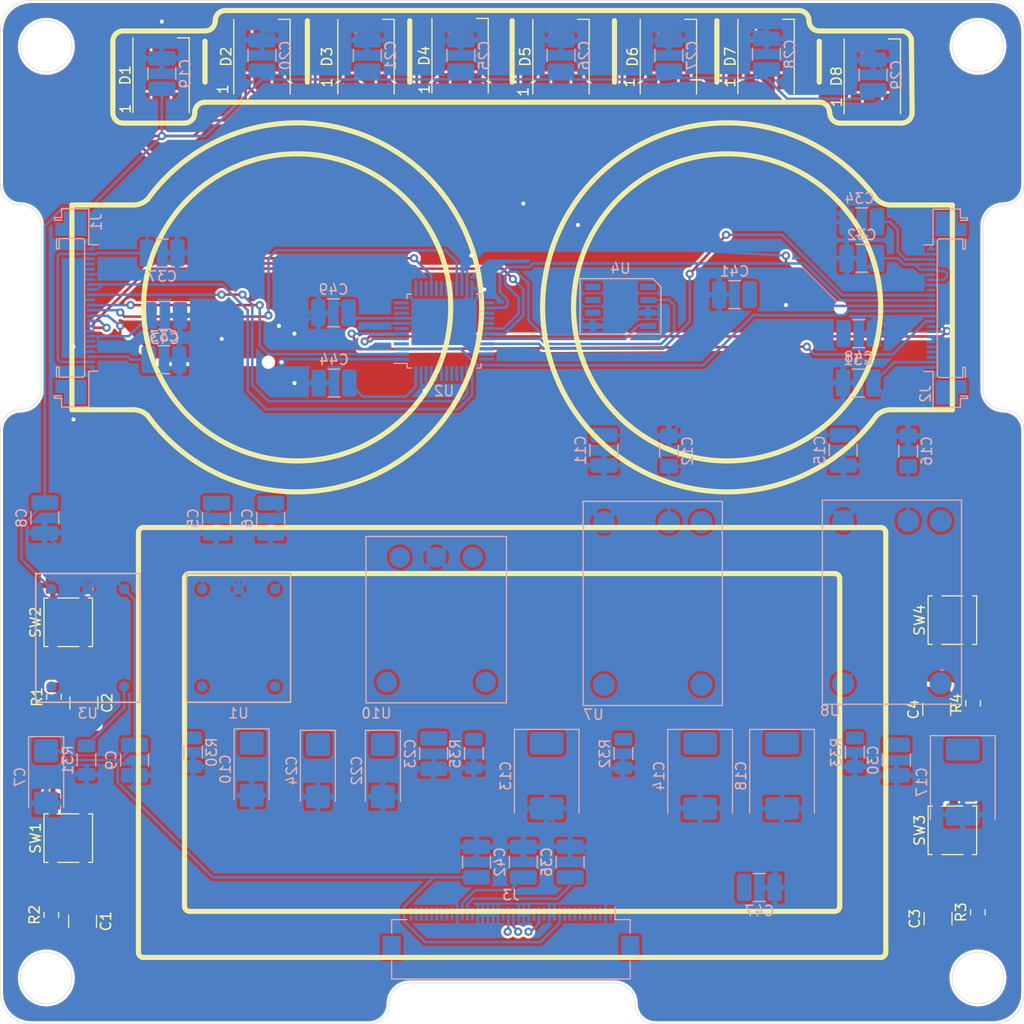
<source format=kicad_pcb>
(kicad_pcb (version 20171130) (host pcbnew "(5.1.0)-1")
  (layers (0 F.Cu signal) (31 B.Cu signal) (34 B.Paste user) (35 F.Paste user) (36 B.SilkS user) (37 F.SilkS user) (38 B.Mask user) (39 F.Mask user) (44 Edge.Cuts user))
  (net 0 "")
  (net 1 GND)
  (net 2 +5V)
  (net 3 "Net-(D1-Pad2)")
  (net 4 "Net-(D1-Pad4)")
  (net 5 "Net-(D2-Pad2)")
  (net 6 "Net-(D3-Pad2)")
  (net 7 "Net-(D4-Pad2)")
  (net 8 "Net-(D5-Pad2)")
  (net 9 "Net-(D6-Pad2)")
  (net 10 "Net-(D7-Pad2)")
  (net 11 "Net-(D8-Pad2)")
  (net 12 +1V8)
  (net 13 "Net-(R30-Pad2)")
  (net 14 "Net-(U1-Pad5)")
  (net 15 RES_Round1)
  (net 16 "Net-(U2-Pad45)")
  (net 17 "Net-(U2-Pad44)")
  (net 18 "Net-(U2-Pad42)")
  (net 19 "Net-(U2-Pad41)")
  (net 20 "Net-(U2-Pad40)")
  (net 21 "Net-(U2-Pad39)")
  (net 22 SCL1)
  (net 23 SDA1)
  (net 24 "Net-(U2-Pad36)")
  (net 25 "Net-(U2-Pad35)")
  (net 26 MISO)
  (net 27 "Net-(U2-Pad32)")
  (net 28 "Net-(U2-Pad29)")
  (net 29 "Net-(U2-Pad28)")
  (net 30 RES_Square)
  (net 31 RES_Round2)
  (net 32 "Net-(U2-Pad25)")
  (net 33 +3V3)
  (net 34 "(SA0)_Round2")
  (net 35 "(SA0)_Round1")
  (net 36 "Net-(U2-Pad20)")
  (net 37 "Net-(U2-Pad19)")
  (net 38 MOSI)
  (net 39 SCK)
  (net 40 NSS)
  (net 41 "Net-(C3-Pad1)")
  (net 42 "Net-(C1-Pad1)")
  (net 43 "Net-(C4-Pad1)")
  (net 44 "Net-(C2-Pad1)")
  (net 45 "Net-(U2-Pad7)")
  (net 46 SCL2)
  (net 47 SDA2)
  (net 48 "Net-(U2-Pad4)")
  (net 49 WR_Round2)
  (net 50 WR_Round1)
  (net 51 "Net-(R31-Pad1)")
  (net 52 "Net-(U3-Pad5)")
  (net 53 +12V)
  (net 54 "Net-(U10-Pad5)")
  (net 55 +15V)
  (net 56 "Net-(J1-Pad9)")
  (net 57 "Net-(C33-Pad2)")
  (net 58 "Net-(J2-Pad9)")
  (net 59 "Net-(C34-Pad2)")
  (net 60 +24V)
  (net 61 "Net-(U8-Pad3)")
  (net 62 "Net-(R33-Pad1)")
  (net 63 "Net-(R32-Pad1)")
  (net 64 "Net-(U7-Pad3)")
  (net 65 "Net-(R35-Pad1)")
  (net 66 "Net-(R1-Pad2)")
  (net 67 "Net-(C35-Pad2)")
  (net 68 USART1_Rx_LIN)
  (net 69 USART1_Tx_LIN)
  (net 70 "Net-(J3-Pad28)")
  (net 71 "Net-(J3-Pad22)")
  (net 72 RES)
  (net 73 "Net-(J3-Pad14)")
  (net 74 "Net-(J3-Pad10)")
  (net 75 "Net-(J3-Pad9)")
  (net 76 "Net-(J3-Pad8)")
  (net 77 "Net-(J3-Pad7)")
  (net 78 "Net-(J3-Pad6)")
  (net 79 "Net-(J3-Pad5)")
  (net 80 "Net-(J3-Pad4)")
  (net 81 "Net-(J3-Pad3)")
  (net 82 "Net-(J3-Pad1)")
  (net 83 "Net-(U4-Pad8)")
  (net 84 "Net-(U4-Pad6)")
  (net 85 GPIO_Out_CS1)
  (net 86 GPIO_Out_CS2)
  (module Capacitor_SMD:C_1210_3225Metric_Pad1.42x2.65mm_HandSolder (layer B.Cu) (at 124.1545 137.668)
    (fp_text reference C47 (at 0 2.28) (layer B.SilkS) (effects (justify mirror)))
    (fp_text value 100n)
    (pad 2 smd roundrect (at 1.4875 0) (size 1.425 2.65) (layers B.Cu B.Paste B.Mask) (roundrect_rratio 0.175439) (net 1 GND))
    (pad 1 smd roundrect (at -1.4875 0) (size 1.425 2.65) (layers B.Cu B.Paste B.Mask) (roundrect_rratio 0.175439) (net 60 +24V))
  )
  (module Capacitor_SMD:C_1210_3225Metric_Pad1.42x2.65mm_HandSolder (layer B.Cu) (at 105.664 135.1795 270)
    (fp_text reference C35 (at 0 2.28 270) (layer B.SilkS) (effects (justify mirror)))
    (fp_text value 100n)
    (pad 2 smd roundrect (at 1.4875 0 270) (size 1.425 2.65) (layers B.Cu B.Paste B.Mask) (roundrect_rratio 0.175439) (net 67 "Net-(C35-Pad2)"))
    (pad 1 smd roundrect (at -1.4875 0 270) (size 1.425 2.65) (layers B.Cu B.Paste B.Mask) (roundrect_rratio 0.175439) (net 1 GND))
  )
  (module Capacitor_SMD:C_1210_3225Metric_Pad1.42x2.65mm_HandSolder (layer B.Cu) (at 65.9885 86.106 180)
    (fp_text reference C33 (at 0 2.28 180) (layer B.SilkS) (effects (justify mirror)))
    (fp_text value 100n)
    (pad 2 smd roundrect (at 1.4875 0 180) (size 1.425 2.65) (layers B.Cu B.Paste B.Mask) (roundrect_rratio 0.175439) (net 57 "Net-(C33-Pad2)"))
    (pad 1 smd roundrect (at -1.4875 0 180) (size 1.425 2.65) (layers B.Cu B.Paste B.Mask) (roundrect_rratio 0.175439) (net 1 GND))
  )
  (module Capacitor_SMD:C_1210_3225Metric_Pad1.42x2.65mm_HandSolder (layer B.Cu) (at 135.255 58.29 90)
    (fp_text reference C29 (at 0 2.28 90) (layer B.SilkS) (effects (justify mirror)))
    (fp_text value C)
    (pad 2 smd roundrect (at 1.4875 0 90) (size 1.425 2.65) (layers B.Cu B.Paste B.Mask) (roundrect_rratio 0.175439) (net 1 GND))
    (pad 1 smd roundrect (at -1.4875 0 90) (size 1.425 2.65) (layers B.Cu B.Paste B.Mask) (roundrect_rratio 0.175439) (net 2 +5V))
  )
  (module Capacitor_SMD:C_1210_3225Metric_Pad1.42x2.65mm_HandSolder (layer B.Cu) (at 124.841 56.261 90)
    (fp_text reference C28 (at 0 2.28 90) (layer B.SilkS) (effects (justify mirror)))
    (fp_text value C)
    (pad 2 smd roundrect (at 1.4875 0 90) (size 1.425 2.65) (layers B.Cu B.Paste B.Mask) (roundrect_rratio 0.175439) (net 1 GND))
    (pad 1 smd roundrect (at -1.4875 0 90) (size 1.425 2.65) (layers B.Cu B.Paste B.Mask) (roundrect_rratio 0.175439) (net 2 +5V))
  )
  (module Capacitor_SMD:C_1210_3225Metric_Pad1.42x2.65mm_HandSolder (layer B.Cu) (at 115.313 56.391 90)
    (fp_text reference C27 (at 0 2.28 90) (layer B.SilkS) (effects (justify mirror)))
    (fp_text value C)
    (pad 2 smd roundrect (at 1.4875 0 90) (size 1.425 2.65) (layers B.Cu B.Paste B.Mask) (roundrect_rratio 0.175439) (net 1 GND))
    (pad 1 smd roundrect (at -1.4875 0 90) (size 1.425 2.65) (layers B.Cu B.Paste B.Mask) (roundrect_rratio 0.175439) (net 2 +5V))
  )
  (module Capacitor_SMD:C_1210_3225Metric_Pad1.42x2.65mm_HandSolder (layer B.Cu) (at 104.775 56.385 90)
    (fp_text reference C26 (at 0 2.28 90) (layer B.SilkS) (effects (justify mirror)))
    (fp_text value C)
    (pad 2 smd roundrect (at 1.4875 0 90) (size 1.425 2.65) (layers B.Cu B.Paste B.Mask) (roundrect_rratio 0.175439) (net 1 GND))
    (pad 1 smd roundrect (at -1.4875 0 90) (size 1.425 2.65) (layers B.Cu B.Paste B.Mask) (roundrect_rratio 0.175439) (net 2 +5V))
  )
  (module Capacitor_SMD:C_1210_3225Metric_Pad1.42x2.65mm_HandSolder (layer B.Cu) (at 94.996 56.391 90)
    (fp_text reference C25 (at 0 2.28 90) (layer B.SilkS) (effects (justify mirror)))
    (fp_text value C)
    (pad 2 smd roundrect (at 1.4875 0 90) (size 1.425 2.65) (layers B.Cu B.Paste B.Mask) (roundrect_rratio 0.175439) (net 1 GND))
    (pad 1 smd roundrect (at -1.4875 0 90) (size 1.425 2.65) (layers B.Cu B.Paste B.Mask) (roundrect_rratio 0.175439) (net 2 +5V))
  )
  (module Capacitor_SMD:C_1210_3225Metric_Pad1.42x2.65mm_HandSolder (layer B.Cu) (at 85.852 56.391 90)
    (fp_text reference C21 (at 0 2.28 90) (layer B.SilkS) (effects (justify mirror)))
    (fp_text value C)
    (pad 2 smd roundrect (at 1.4875 0 90) (size 1.425 2.65) (layers B.Cu B.Paste B.Mask) (roundrect_rratio 0.175439) (net 1 GND))
    (pad 1 smd roundrect (at -1.4875 0 90) (size 1.425 2.65) (layers B.Cu B.Paste B.Mask) (roundrect_rratio 0.175439) (net 2 +5V))
  )
  (module Capacitor_SMD:C_1210_3225Metric_Pad1.42x2.65mm_HandSolder (layer B.Cu) (at 75.565 56.385 90)
    (fp_text reference C20 (at 0 2.28 90) (layer B.SilkS) (effects (justify mirror)))
    (fp_text value C)
    (pad 2 smd roundrect (at 1.4875 0 90) (size 1.425 2.65) (layers B.Cu B.Paste B.Mask) (roundrect_rratio 0.175439) (net 1 GND))
    (pad 1 smd roundrect (at -1.4875 0 90) (size 1.425 2.65) (layers B.Cu B.Paste B.Mask) (roundrect_rratio 0.175439) (net 2 +5V))
  )
  (module Capacitor_SMD:C_1210_3225Metric_Pad1.42x2.65mm_HandSolder (layer B.Cu) (at 65.786 58.169 90)
    (fp_text reference C19 (at 0 2.28 90) (layer B.SilkS) (effects (justify mirror)))
    (fp_text value C)
    (pad 2 smd roundrect (at 1.4875 0 90) (size 1.425 2.65) (layers B.Cu B.Paste B.Mask) (roundrect_rratio 0.175439) (net 1 GND))
    (pad 1 smd roundrect (at -1.4875 0 90) (size 1.425 2.65) (layers B.Cu B.Paste B.Mask) (roundrect_rratio 0.175439) (net 2 +5V))
  )
  (module LED_SMD:LED_WS2812B_PLCC4_5.0x5.0mm_P3.2mm (layer F.Cu) (at 65.71 58.33 90)
    (fp_text reference D1 (at 0 -3.5 90) (layer F.SilkS))
    (fp_text value WS2812B)
    (fp_text user 1 (at -3.265 -3.48 90) (layer F.SilkS))
    (pad 1 smd rect (at -2.45 -1.6 90) (size 1.5 1) (layers F.Cu F.Paste F.Mask) (net 2 +5V))
    (pad 2 smd rect (at -2.45 1.6 90) (size 1.5 1) (layers F.Cu F.Paste F.Mask) (net 3 "Net-(D1-Pad2)"))
    (pad 4 smd rect (at 2.45 -1.6 90) (size 1.5 1) (layers F.Cu F.Paste F.Mask) (net 4 "Net-(D1-Pad4)"))
    (pad 3 smd rect (at 2.45 1.6 90) (size 1.5 1) (layers F.Cu F.Paste F.Mask) (net 1 GND))
  )
  (module LED_SMD:LED_WS2812B_PLCC4_5.0x5.0mm_P3.2mm (layer F.Cu) (at 75.565 56.515 90)
    (fp_text reference D2 (at 0 -3.5 90) (layer F.SilkS))
    (fp_text value WS2812B)
    (fp_text user 1 (at -3.175 -3.81 90) (layer F.SilkS))
    (pad 1 smd rect (at -2.45 -1.6 90) (size 1.5 1) (layers F.Cu F.Paste F.Mask) (net 2 +5V))
    (pad 2 smd rect (at -2.45 1.6 90) (size 1.5 1) (layers F.Cu F.Paste F.Mask) (net 5 "Net-(D2-Pad2)"))
    (pad 4 smd rect (at 2.45 -1.6 90) (size 1.5 1) (layers F.Cu F.Paste F.Mask) (net 3 "Net-(D1-Pad2)"))
    (pad 3 smd rect (at 2.45 1.6 90) (size 1.5 1) (layers F.Cu F.Paste F.Mask) (net 1 GND))
  )
  (module LED_SMD:LED_WS2812B_PLCC4_5.0x5.0mm_P3.2mm (layer F.Cu) (at 85.725 56.515 90)
    (fp_text reference D3 (at 0 -3.81 90) (layer F.SilkS))
    (fp_text value WS2812B)
    (fp_text user 1 (at -2.54 -3.81 90) (layer F.SilkS))
    (pad 1 smd rect (at -2.45 -1.6 90) (size 1.5 1) (layers F.Cu F.Paste F.Mask) (net 2 +5V))
    (pad 2 smd rect (at -2.45 1.6 90) (size 1.5 1) (layers F.Cu F.Paste F.Mask) (net 6 "Net-(D3-Pad2)"))
    (pad 4 smd rect (at 2.45 -1.6 90) (size 1.5 1) (layers F.Cu F.Paste F.Mask) (net 5 "Net-(D2-Pad2)"))
    (pad 3 smd rect (at 2.45 1.6 90) (size 1.5 1) (layers F.Cu F.Paste F.Mask) (net 1 GND))
  )
  (module LED_SMD:LED_WS2812B_PLCC4_5.0x5.0mm_P3.2mm (layer F.Cu) (at 94.92 56.425 90)
    (fp_text reference D4 (at 0 -3.5 90) (layer F.SilkS))
    (fp_text value WS2812B)
    (fp_text user 1 (at -3.265 -3.48 90) (layer F.SilkS))
    (pad 1 smd rect (at -2.45 -1.6 90) (size 1.5 1) (layers F.Cu F.Paste F.Mask) (net 2 +5V))
    (pad 2 smd rect (at -2.45 1.6 90) (size 1.5 1) (layers F.Cu F.Paste F.Mask) (net 7 "Net-(D4-Pad2)"))
    (pad 4 smd rect (at 2.45 -1.6 90) (size 1.5 1) (layers F.Cu F.Paste F.Mask) (net 6 "Net-(D3-Pad2)"))
    (pad 3 smd rect (at 2.45 1.6 90) (size 1.5 1) (layers F.Cu F.Paste F.Mask) (net 1 GND))
  )
  (module LED_SMD:LED_WS2812B_PLCC4_5.0x5.0mm_P3.2mm (layer F.Cu) (at 104.775 56.515 90)
    (fp_text reference D5 (at 0 -3.5 90) (layer F.SilkS))
    (fp_text value WS2812B)
    (fp_text user 1 (at -3.429 -3.683 90) (layer F.SilkS))
    (pad 1 smd rect (at -2.45 -1.6 90) (size 1.5 1) (layers F.Cu F.Paste F.Mask) (net 2 +5V))
    (pad 2 smd rect (at -2.45 1.6 90) (size 1.5 1) (layers F.Cu F.Paste F.Mask) (net 8 "Net-(D5-Pad2)"))
    (pad 4 smd rect (at 2.45 -1.6 90) (size 1.5 1) (layers F.Cu F.Paste F.Mask) (net 7 "Net-(D4-Pad2)"))
    (pad 3 smd rect (at 2.45 1.6 90) (size 1.5 1) (layers F.Cu F.Paste F.Mask) (net 1 GND))
  )
  (module LED_SMD:LED_WS2812B_PLCC4_5.0x5.0mm_P3.2mm (layer F.Cu) (at 115.265 56.515 90)
    (fp_text reference D6 (at 0 -3.5 90) (layer F.SilkS))
    (fp_text value WS2812B)
    (fp_text user 1 (at -2.54 -3.81 90) (layer F.SilkS))
    (pad 1 smd rect (at -2.45 -1.6 90) (size 1.5 1) (layers F.Cu F.Paste F.Mask) (net 2 +5V))
    (pad 2 smd rect (at -2.45 1.6 90) (size 1.5 1) (layers F.Cu F.Paste F.Mask) (net 9 "Net-(D6-Pad2)"))
    (pad 4 smd rect (at 2.45 -1.6 90) (size 1.5 1) (layers F.Cu F.Paste F.Mask) (net 8 "Net-(D5-Pad2)"))
    (pad 3 smd rect (at 2.45 1.6 90) (size 1.5 1) (layers F.Cu F.Paste F.Mask) (net 1 GND))
  )
  (module LED_SMD:LED_WS2812B_PLCC4_5.0x5.0mm_P3.2mm (layer F.Cu) (at 124.804 56.5025 90)
    (fp_text reference D7 (at 0 -3.5 90) (layer F.SilkS))
    (fp_text value WS2812B)
    (fp_text user 1 (at -2.5525 -3.519 90) (layer F.SilkS))
    (pad 1 smd rect (at -2.45 -1.6 90) (size 1.5 1) (layers F.Cu F.Paste F.Mask) (net 2 +5V))
    (pad 2 smd rect (at -2.45 1.6 90) (size 1.5 1) (layers F.Cu F.Paste F.Mask) (net 10 "Net-(D7-Pad2)"))
    (pad 4 smd rect (at 2.45 -1.6 90) (size 1.5 1) (layers F.Cu F.Paste F.Mask) (net 9 "Net-(D6-Pad2)"))
    (pad 3 smd rect (at 2.45 1.6 90) (size 1.5 1) (layers F.Cu F.Paste F.Mask) (net 1 GND))
  )
  (module LED_SMD:LED_WS2812B_PLCC4_5.0x5.0mm_P3.2mm (layer F.Cu) (at 135.18408 58.42872 90)
    (fp_text reference D8 (at 0 -3.5 90) (layer F.SilkS))
    (fp_text value WS2812B)
    (fp_text user 1 (at -2.54 -3.48 90) (layer F.SilkS))
    (pad 1 smd rect (at -2.45 -1.6 90) (size 1.5 1) (layers F.Cu F.Paste F.Mask) (net 2 +5V))
    (pad 2 smd rect (at -2.45 1.6 90) (size 1.5 1) (layers F.Cu F.Paste F.Mask) (net 11 "Net-(D8-Pad2)"))
    (pad 4 smd rect (at 2.45 -1.6 90) (size 1.5 1) (layers F.Cu F.Paste F.Mask) (net 10 "Net-(D7-Pad2)"))
    (pad 3 smd rect (at 2.45 1.6 90) (size 1.5 1) (layers F.Cu F.Paste F.Mask) (net 1 GND))
  )
  (module green-ic-footprint:PTH04070WAZ (layer B.Cu) (at 73.279 113.284)
    (fp_text reference U1 (at 0 7.366) (layer B.SilkS) (effects (justify mirror)))
    (fp_text value PTH04070WAZ)
    (pad 3 smd circle (at 3.556 -4.7625) (size 1.016 1.016) (layers B.Cu B.Paste B.Mask) (net 12 +1V8))
    (pad 2 smd circle (at 0 -4.7625) (size 1.016 1.016) (layers B.Cu B.Paste B.Mask) (net 1 GND))
    (pad 1 smd circle (at -3.556 -4.7625) (size 1.016 1.016) (layers B.Cu B.Paste B.Mask) (net 2 +5V))
    (pad 4 smd circle (at 3.556 4.7625) (size 1.016 1.016) (layers B.Cu B.Paste B.Mask) (net 13 "Net-(R30-Pad2)"))
    (pad 5 smd circle (at -3.556 4.7625) (size 1.016 1.016) (layers B.Cu B.Paste B.Mask) (net 14 "Net-(U1-Pad5)"))
  )
  (module Package_QFP:LQFP-48_7x7mm_P0.5mm (layer B.Cu) (at 93.345 83.312)
    (fp_text reference U2 (at 0 5.85) (layer B.SilkS) (effects (justify mirror)))
    (fp_text value STM32F378CCTx)
    (pad 48 smd roundrect (at -2.75 4.1625) (size 0.3 1.475) (layers B.Cu B.Paste B.Mask) (net 12 +1V8))
    (pad 47 smd roundrect (at -2.25 4.1625) (size 0.3 1.475) (layers B.Cu B.Paste B.Mask) (net 1 GND))
    (pad 46 smd roundrect (at -1.75 4.1625) (size 0.3 1.475) (layers B.Cu B.Paste B.Mask) (net 15 RES_Round1))
    (pad 45 smd roundrect (at -1.25 4.1625) (size 0.3 1.475) (layers B.Cu B.Paste B.Mask) (net 16 "Net-(U2-Pad45)"))
    (pad 44 smd roundrect (at -0.75 4.1625) (size 0.3 1.475) (layers B.Cu B.Paste B.Mask) (net 17 "Net-(U2-Pad44)"))
    (pad 43 smd roundrect (at -0.25 4.1625) (size 0.3 1.475) (layers B.Cu B.Paste B.Mask) (net 68 USART1_Rx_LIN))
    (pad 42 smd roundrect (at 0.25 4.1625) (size 0.3 1.475) (layers B.Cu B.Paste B.Mask) (net 18 "Net-(U2-Pad42)"))
    (pad 41 smd roundrect (at 0.75 4.1625) (size 0.3 1.475) (layers B.Cu B.Paste B.Mask) (net 19 "Net-(U2-Pad41)"))
    (pad 40 smd roundrect (at 1.25 4.1625) (size 0.3 1.475) (layers B.Cu B.Paste B.Mask) (net 20 "Net-(U2-Pad40)"))
    (pad 39 smd roundrect (at 1.75 4.1625) (size 0.3 1.475) (layers B.Cu B.Paste B.Mask) (net 21 "Net-(U2-Pad39)"))
    (pad 38 smd roundrect (at 2.25 4.1625) (size 0.3 1.475) (layers B.Cu B.Paste B.Mask) (net 22 SCL1))
    (pad 37 smd roundrect (at 2.75 4.1625) (size 0.3 1.475) (layers B.Cu B.Paste B.Mask) (net 23 SDA1))
    (pad 36 smd roundrect (at 4.1625 2.75) (size 1.475 0.3) (layers B.Cu B.Paste B.Mask) (net 24 "Net-(U2-Pad36)"))
    (pad 35 smd roundrect (at 4.1625 2.25) (size 1.475 0.3) (layers B.Cu B.Paste B.Mask) (net 25 "Net-(U2-Pad35)"))
    (pad 34 smd roundrect (at 4.1625 1.75) (size 1.475 0.3) (layers B.Cu B.Paste B.Mask) (net 26 MISO))
    (pad 33 smd roundrect (at 4.1625 1.25) (size 1.475 0.3) (layers B.Cu B.Paste B.Mask) (net 86 GPIO_Out_CS2))
    (pad 32 smd roundrect (at 4.1625 0.75) (size 1.475 0.3) (layers B.Cu B.Paste B.Mask) (net 27 "Net-(U2-Pad32)"))
    (pad 31 smd roundrect (at 4.1625 0.25) (size 1.475 0.3) (layers B.Cu B.Paste B.Mask) (net 85 GPIO_Out_CS1))
    (pad 30 smd roundrect (at 4.1625 -0.25) (size 1.475 0.3) (layers B.Cu B.Paste B.Mask) (net 69 USART1_Tx_LIN))
    (pad 29 smd roundrect (at 4.1625 -0.75) (size 1.475 0.3) (layers B.Cu B.Paste B.Mask) (net 28 "Net-(U2-Pad29)"))
    (pad 28 smd roundrect (at 4.1625 -1.25) (size 1.475 0.3) (layers B.Cu B.Paste B.Mask) (net 29 "Net-(U2-Pad28)"))
    (pad 27 smd roundrect (at 4.1625 -1.75) (size 1.475 0.3) (layers B.Cu B.Paste B.Mask) (net 30 RES_Square))
    (pad 26 smd roundrect (at 4.1625 -2.25) (size 1.475 0.3) (layers B.Cu B.Paste B.Mask) (net 31 RES_Round2))
    (pad 25 smd roundrect (at 4.1625 -2.75) (size 1.475 0.3) (layers B.Cu B.Paste B.Mask) (net 32 "Net-(U2-Pad25)"))
    (pad 24 smd roundrect (at 2.75 -4.1625) (size 0.3 1.475) (layers B.Cu B.Paste B.Mask) (net 33 +3V3))
    (pad 23 smd roundrect (at 2.25 -4.1625) (size 0.3 1.475) (layers B.Cu B.Paste B.Mask) (net 1 GND))
    (pad 22 smd roundrect (at 1.75 -4.1625) (size 0.3 1.475) (layers B.Cu B.Paste B.Mask) (net 34 "(SA0)_Round2"))
    (pad 21 smd roundrect (at 1.25 -4.1625) (size 0.3 1.475) (layers B.Cu B.Paste B.Mask) (net 35 "(SA0)_Round1"))
    (pad 20 smd roundrect (at 0.75 -4.1625) (size 0.3 1.475) (layers B.Cu B.Paste B.Mask) (net 36 "Net-(U2-Pad20)"))
    (pad 19 smd roundrect (at 0.25 -4.1625) (size 0.3 1.475) (layers B.Cu B.Paste B.Mask) (net 37 "Net-(U2-Pad19)"))
    (pad 18 smd roundrect (at -0.25 -4.1625) (size 0.3 1.475) (layers B.Cu B.Paste B.Mask) (net 38 MOSI))
    (pad 17 smd roundrect (at -0.75 -4.1625) (size 0.3 1.475) (layers B.Cu B.Paste B.Mask) (net 12 +1V8))
    (pad 16 smd roundrect (at -1.25 -4.1625) (size 0.3 1.475) (layers B.Cu B.Paste B.Mask) (net 4 "Net-(D1-Pad4)"))
    (pad 15 smd roundrect (at -1.75 -4.1625) (size 0.3 1.475) (layers B.Cu B.Paste B.Mask) (net 39 SCK))
    (pad 14 smd roundrect (at -2.25 -4.1625) (size 0.3 1.475) (layers B.Cu B.Paste B.Mask) (net 40 NSS))
    (pad 13 smd roundrect (at -2.75 -4.1625) (size 0.3 1.475) (layers B.Cu B.Paste B.Mask) (net 41 "Net-(C3-Pad1)"))
    (pad 12 smd roundrect (at -4.1625 -2.75) (size 1.475 0.3) (layers B.Cu B.Paste B.Mask) (net 42 "Net-(C1-Pad1)"))
    (pad 11 smd roundrect (at -4.1625 -2.25) (size 1.475 0.3) (layers B.Cu B.Paste B.Mask) (net 43 "Net-(C4-Pad1)"))
    (pad 10 smd roundrect (at -4.1625 -1.75) (size 1.475 0.3) (layers B.Cu B.Paste B.Mask) (net 44 "Net-(C2-Pad1)"))
    (pad 9 smd roundrect (at -4.1625 -1.25) (size 1.475 0.3) (layers B.Cu B.Paste B.Mask) (net 33 +3V3))
    (pad 8 smd roundrect (at -4.1625 -0.75) (size 1.475 0.3) (layers B.Cu B.Paste B.Mask) (net 1 GND))
    (pad 7 smd roundrect (at -4.1625 -0.25) (size 1.475 0.3) (layers B.Cu B.Paste B.Mask) (net 45 "Net-(U2-Pad7)"))
    (pad 6 smd roundrect (at -4.1625 0.25) (size 1.475 0.3) (layers B.Cu B.Paste B.Mask) (net 46 SCL2))
    (pad 5 smd roundrect (at -4.1625 0.75) (size 1.475 0.3) (layers B.Cu B.Paste B.Mask) (net 47 SDA2))
    (pad 4 smd roundrect (at -4.1625 1.25) (size 1.475 0.3) (layers B.Cu B.Paste B.Mask) (net 48 "Net-(U2-Pad4)"))
    (pad 3 smd roundrect (at -4.1625 1.75) (size 1.475 0.3) (layers B.Cu B.Paste B.Mask) (net 49 WR_Round2))
    (pad 2 smd roundrect (at -4.1625 2.25) (size 1.475 0.3) (layers B.Cu B.Paste B.Mask) (net 50 WR_Round1))
    (pad 1 smd roundrect (at -4.1625 2.75) (size 1.475 0.3) (layers B.Cu B.Paste B.Mask) (net 33 +3V3))
  )
  (module green-ic-footprint:molex-52437-2471 (layer B.Cu) (at 58.796 81.026 90)
    (fp_text reference J1 (at 8.35 0.6 90) (layer B.SilkS) (effects (justify mirror)))
    (fp_text value Conn_01x24_ROUND)
    (pad "" smd custom (at -7.7 -1.9 90) (size 1.3 3.05) (layers B.Cu B.Paste B.Mask) (options (clearance outline) (anchor rect)) (primitives (gr_poly (pts (xy -0.65 1.525) (xy -1.75 1.525) (xy -1.75 -0.675) (xy -0.65 -0.675)) (width 0))))
    (pad "" smd custom (at 7.65 -1.9 90) (size 1.3 3.05) (layers B.Cu B.Paste B.Mask) (options (clearance outline) (anchor rect)) (primitives (gr_poly (pts (xy 0.65 1.525) (xy 1.75 1.525) (xy 1.75 -0.675) (xy 0.65 -0.675)) (width 0))))
    (pad 24 smd custom (at 5.75 0.05 90) (size 0.3 0.8) (layers B.Cu B.Paste B.Mask) (net 1 GND) (options (clearance outline) (anchor rect)) (primitives))
    (pad 23 smd custom (at 5.25 0.05 90) (size 0.3 0.8) (layers B.Cu B.Paste B.Mask) (net 55 +15V) (options (clearance outline) (anchor rect)) (primitives))
    (pad 15 smd custom (at 1.26 0.05 90) (size 0.3 0.8) (layers B.Cu B.Paste B.Mask) (net 22 SCL1) (options (clearance outline) (anchor rect)) (primitives))
    (pad 14 smd custom (at 0.76 0.05 90) (size 0.3 0.8) (layers B.Cu B.Paste B.Mask) (net 1 GND) (options (clearance outline) (anchor rect)) (primitives))
    (pad 19 smd custom (at 3.26 0.05 90) (size 0.3 0.8) (layers B.Cu B.Paste B.Mask) (net 1 GND) (options (clearance outline) (anchor rect)) (primitives))
    (pad 12 smd custom (at -0.25 0.05 90) (size 0.3 0.8) (layers B.Cu B.Paste B.Mask) (net 35 "(SA0)_Round1") (options (clearance outline) (anchor rect)) (primitives))
    (pad 17 smd custom (at 2.26 0.05 90) (size 0.3 0.8) (layers B.Cu B.Paste B.Mask) (net 23 SDA1) (options (clearance outline) (anchor rect)) (primitives))
    (pad 16 smd custom (at 1.76 0.05 90) (size 0.3 0.8) (layers B.Cu B.Paste B.Mask) (net 23 SDA1) (options (clearance outline) (anchor rect)) (primitives))
    (pad 21 smd custom (at 4.26 0.05 90) (size 0.3 0.8) (layers B.Cu B.Paste B.Mask) (net 1 GND) (options (clearance outline) (anchor rect)) (primitives))
    (pad 20 smd custom (at 3.76 0.05 90) (size 0.3 0.8) (layers B.Cu B.Paste B.Mask) (net 1 GND) (options (clearance outline) (anchor rect)) (primitives))
    (pad 22 smd custom (at 4.76 0.05 90) (size 0.3 0.8) (layers B.Cu B.Paste B.Mask) (net 1 GND) (options (clearance outline) (anchor rect)) (primitives))
    (pad 13 smd custom (at 0.25 0.05 90) (size 0.3 0.8) (layers B.Cu B.Paste B.Mask) (net 50 WR_Round1) (options (clearance outline) (anchor rect)) (primitives))
    (pad 18 smd custom (at 2.76 0.05 90) (size 0.3 0.8) (layers B.Cu B.Paste B.Mask) (net 1 GND) (options (clearance outline) (anchor rect)) (primitives))
    (pad 1 smd custom (at -5.8 0.05 90) (size 0.3 0.8) (layers B.Cu B.Paste B.Mask) (net 1 GND) (options (clearance outline) (anchor rect)) (primitives))
    (pad 11 smd custom (at -0.79 0.05 90) (size 0.3 0.8) (layers B.Cu B.Paste B.Mask) (net 15 RES_Round1) (options (clearance outline) (anchor rect)) (primitives))
    (pad 2 smd custom (at -5.3 0.05 90) (size 0.3 0.8) (layers B.Cu B.Paste B.Mask) (net 55 +15V) (options (clearance outline) (anchor rect)) (primitives))
    (pad 10 smd custom (at -1.29 0.05 90) (size 0.3 0.8) (layers B.Cu B.Paste B.Mask) (net 85 GPIO_Out_CS1) (options (clearance outline) (anchor rect)) (primitives))
    (pad 9 smd custom (at -1.79 0.05 90) (size 0.3 0.8) (layers B.Cu B.Paste B.Mask) (net 56 "Net-(J1-Pad9)") (options (clearance outline) (anchor rect)) (primitives))
    (pad 8 smd custom (at -2.29 0.05 90) (size 0.3 0.8) (layers B.Cu B.Paste B.Mask) (net 1 GND) (options (clearance outline) (anchor rect)) (primitives))
    (pad 7 smd custom (at -2.79 0.05 90) (size 0.3 0.8) (layers B.Cu B.Paste B.Mask) (net 33 +3V3) (options (clearance outline) (anchor rect)) (primitives))
    (pad 6 smd custom (at -3.29 0.05 90) (size 0.3 0.8) (layers B.Cu B.Paste B.Mask) (net 1 GND) (options (clearance outline) (anchor rect)) (primitives))
    (pad 5 smd custom (at -3.79 0.05 90) (size 0.3 0.8) (layers B.Cu B.Paste B.Mask) (net 33 +3V3) (options (clearance outline) (anchor rect)) (primitives))
    (pad 4 smd custom (at -4.29 0.05 90) (size 0.3 0.8) (layers B.Cu B.Paste B.Mask) (net 33 +3V3) (options (clearance outline) (anchor rect)) (primitives))
    (pad 3 smd custom (at -4.79 0.05 90) (size 0.3 0.8) (layers B.Cu B.Paste B.Mask) (net 57 "Net-(C33-Pad2)") (options (clearance outline) (anchor rect)) (primitives))
  )
  (module green-ic-footprint:molex-52437-2471 (layer B.Cu) (at 140.975 81.106 270)
    (fp_text reference J2 (at 8.35 0.6 270) (layer B.SilkS) (effects (justify mirror)))
    (fp_text value Conn_01x24_ROUND)
    (pad "" smd custom (at -7.7 -1.9 270) (size 1.3 3.05) (layers B.Cu B.Paste B.Mask) (options (clearance outline) (anchor rect)) (primitives (gr_poly (pts (xy -0.65 1.525) (xy -1.75 1.525) (xy -1.75 -0.675) (xy -0.65 -0.675)) (width 0))))
    (pad "" smd custom (at 7.65 -1.9 270) (size 1.3 3.05) (layers B.Cu B.Paste B.Mask) (options (clearance outline) (anchor rect)) (primitives (gr_poly (pts (xy 0.65 1.525) (xy 1.75 1.525) (xy 1.75 -0.675) (xy 0.65 -0.675)) (width 0))))
    (pad 24 smd custom (at 5.75 0.05 270) (size 0.3 0.8) (layers B.Cu B.Paste B.Mask) (net 1 GND) (options (clearance outline) (anchor rect)) (primitives))
    (pad 23 smd custom (at 5.25 0.05 270) (size 0.3 0.8) (layers B.Cu B.Paste B.Mask) (net 55 +15V) (options (clearance outline) (anchor rect)) (primitives))
    (pad 15 smd custom (at 1.26 0.05 270) (size 0.3 0.8) (layers B.Cu B.Paste B.Mask) (net 46 SCL2) (options (clearance outline) (anchor rect)) (primitives))
    (pad 14 smd custom (at 0.76 0.05 270) (size 0.3 0.8) (layers B.Cu B.Paste B.Mask) (net 1 GND) (options (clearance outline) (anchor rect)) (primitives))
    (pad 19 smd custom (at 3.26 0.05 270) (size 0.3 0.8) (layers B.Cu B.Paste B.Mask) (net 1 GND) (options (clearance outline) (anchor rect)) (primitives))
    (pad 12 smd custom (at -0.25 0.05 270) (size 0.3 0.8) (layers B.Cu B.Paste B.Mask) (net 34 "(SA0)_Round2") (options (clearance outline) (anchor rect)) (primitives))
    (pad 17 smd custom (at 2.26 0.05 270) (size 0.3 0.8) (layers B.Cu B.Paste B.Mask) (net 47 SDA2) (options (clearance outline) (anchor rect)) (primitives))
    (pad 16 smd custom (at 1.76 0.05 270) (size 0.3 0.8) (layers B.Cu B.Paste B.Mask) (net 47 SDA2) (options (clearance outline) (anchor rect)) (primitives))
    (pad 21 smd custom (at 4.26 0.05 270) (size 0.3 0.8) (layers B.Cu B.Paste B.Mask) (net 1 GND) (options (clearance outline) (anchor rect)) (primitives))
    (pad 20 smd custom (at 3.76 0.05 270) (size 0.3 0.8) (layers B.Cu B.Paste B.Mask) (net 1 GND) (options (clearance outline) (anchor rect)) (primitives))
    (pad 22 smd custom (at 4.76 0.05 270) (size 0.3 0.8) (layers B.Cu B.Paste B.Mask) (net 1 GND) (options (clearance outline) (anchor rect)) (primitives))
    (pad 13 smd custom (at 0.25 0.05 270) (size 0.3 0.8) (layers B.Cu B.Paste B.Mask) (net 49 WR_Round2) (options (clearance outline) (anchor rect)) (primitives))
    (pad 18 smd custom (at 2.76 0.05 270) (size 0.3 0.8) (layers B.Cu B.Paste B.Mask) (net 1 GND) (options (clearance outline) (anchor rect)) (primitives))
    (pad 1 smd custom (at -5.8 0.05 270) (size 0.3 0.8) (layers B.Cu B.Paste B.Mask) (net 1 GND) (options (clearance outline) (anchor rect)) (primitives))
    (pad 11 smd custom (at -0.79 0.05 270) (size 0.3 0.8) (layers B.Cu B.Paste B.Mask) (net 31 RES_Round2) (options (clearance outline) (anchor rect)) (primitives))
    (pad 2 smd custom (at -5.3 0.05 270) (size 0.3 0.8) (layers B.Cu B.Paste B.Mask) (net 55 +15V) (options (clearance outline) (anchor rect)) (primitives))
    (pad 10 smd custom (at -1.29 0.05 270) (size 0.3 0.8) (layers B.Cu B.Paste B.Mask) (net 86 GPIO_Out_CS2) (options (clearance outline) (anchor rect)) (primitives))
    (pad 9 smd custom (at -1.79 0.05 270) (size 0.3 0.8) (layers B.Cu B.Paste B.Mask) (net 58 "Net-(J2-Pad9)") (options (clearance outline) (anchor rect)) (primitives))
    (pad 8 smd custom (at -2.29 0.05 270) (size 0.3 0.8) (layers B.Cu B.Paste B.Mask) (net 1 GND) (options (clearance outline) (anchor rect)) (primitives))
    (pad 7 smd custom (at -2.79 0.05 270) (size 0.3 0.8) (layers B.Cu B.Paste B.Mask) (net 33 +3V3) (options (clearance outline) (anchor rect)) (primitives))
    (pad 6 smd custom (at -3.29 0.05 270) (size 0.3 0.8) (layers B.Cu B.Paste B.Mask) (net 1 GND) (options (clearance outline) (anchor rect)) (primitives))
    (pad 5 smd custom (at -3.79 0.05 270) (size 0.3 0.8) (layers B.Cu B.Paste B.Mask) (net 33 +3V3) (options (clearance outline) (anchor rect)) (primitives))
    (pad 4 smd custom (at -4.29 0.05 270) (size 0.3 0.8) (layers B.Cu B.Paste B.Mask) (net 33 +3V3) (options (clearance outline) (anchor rect)) (primitives))
    (pad 3 smd custom (at -4.79 0.05 270) (size 0.3 0.8) (layers B.Cu B.Paste B.Mask) (net 59 "Net-(C34-Pad2)") (options (clearance outline) (anchor rect)) (primitives))
  )
  (module green-ic-footprint:PTN78000HAZ (layer B.Cu) (at 132.334 101.854 270)
    (fp_text reference U8 (at 18.542 1.27) (layer B.SilkS) (effects (justify mirror)))
    (fp_text value PTN78000HAZ)
    (pad 5 smd circle (at 15.88 0 180) (size 2.16 2.16) (layers B.Cu B.Paste B.Mask) (net 55 +15V))
    (pad 4 smd circle (at 15.88 -9.52 180) (size 2.16 2.16) (layers B.Cu B.Paste B.Mask) (net 62 "Net-(R33-Pad1)"))
    (pad 3 smd circle (at 0 -9.53 180) (size 2.16 2.16) (layers B.Cu B.Paste B.Mask) (net 61 "Net-(U8-Pad3)"))
    (pad 2 smd circle (at 0 -6.35 180) (size 2.16 2.16) (layers B.Cu B.Paste B.Mask) (net 60 +24V))
    (pad 1 smd circle (at 0 0 180) (size 2.16 2.16) (layers B.Cu B.Paste B.Mask) (net 1 GND))
  )
  (module green-ic-footprint:PTH04070WAZ (layer B.Cu) (at 58.547 113.284)
    (fp_text reference U3 (at 0 7.366) (layer B.SilkS) (effects (justify mirror)))
    (fp_text value PTH04070WAZ)
    (pad 3 smd circle (at 3.556 -4.7625) (size 1.016 1.016) (layers B.Cu B.Paste B.Mask) (net 33 +3V3))
    (pad 2 smd circle (at 0 -4.7625) (size 1.016 1.016) (layers B.Cu B.Paste B.Mask) (net 1 GND))
    (pad 1 smd circle (at -3.556 -4.7625) (size 1.016 1.016) (layers B.Cu B.Paste B.Mask) (net 2 +5V))
    (pad 4 smd circle (at 3.556 4.7625) (size 1.016 1.016) (layers B.Cu B.Paste B.Mask) (net 51 "Net-(R31-Pad1)"))
    (pad 5 smd circle (at -3.556 4.7625) (size 1.016 1.016) (layers B.Cu B.Paste B.Mask) (net 52 "Net-(U3-Pad5)"))
  )
  (module green-ic-footprint:PTN78000HAZ (layer B.Cu) (at 108.966 101.981 270)
    (fp_text reference U7 (at 18.796 1.016 180) (layer B.SilkS) (effects (justify mirror)))
    (fp_text value PTN78000HAZ)
    (pad 1 smd circle (at 0 0 270) (size 2.16 2.16) (layers B.Cu B.Paste B.Mask) (net 1 GND))
    (pad 2 smd circle (at 0 -6.35 270) (size 2.16 2.16) (layers B.Cu B.Paste B.Mask) (net 60 +24V))
    (pad 3 smd circle (at 0 -9.53 270) (size 2.16 2.16) (layers B.Cu B.Paste B.Mask) (net 64 "Net-(U7-Pad3)"))
    (pad 4 smd circle (at 15.88 -9.52 270) (size 2.16 2.16) (layers B.Cu B.Paste B.Mask) (net 63 "Net-(R32-Pad1)"))
    (pad 5 smd circle (at 15.88 0 270) (size 2.16 2.16) (layers B.Cu B.Paste B.Mask) (net 53 +12V))
  )
  (module green-ic-footprint:PTH08080W (layer B.Cu) (at 89.027 105.41 270)
    (fp_text reference U10 (at 15.24 2.286 180) (layer B.SilkS) (effects (justify mirror)))
    (fp_text value PTH08080W)
    (pad 4 smd circle (at 12.19 -8.385 270) (size 2 2) (layers B.Cu B.Paste B.Mask) (net 65 "Net-(R35-Pad1)"))
    (pad 5 smd circle (at 12.19 1.265 270) (size 2 2) (layers B.Cu B.Paste B.Mask) (net 54 "Net-(U10-Pad5)"))
    (pad 3 smd circle (at 0 -7.12 270) (size 2 2) (layers B.Cu B.Paste B.Mask) (net 2 +5V))
    (pad 2 smd circle (at 0 -3.56 270) (size 2 2) (layers B.Cu B.Paste B.Mask) (net 1 GND))
    (pad 1 smd circle (at 0 0 270) (size 2 2) (layers B.Cu B.Paste B.Mask) (net 53 +12V))
  )
  (module Resistor_SMD:R_0805_2012Metric (layer F.Cu) (at 55.245 119.0475 90)
    (fp_text reference R1 (at 0 -1.65 90) (layer F.SilkS))
    (fp_text value R)
    (pad 2 smd roundrect (at 0.9375 0 90) (size 0.975 1.4) (layers F.Cu F.Paste F.Mask) (net 66 "Net-(R1-Pad2)"))
    (pad 1 smd roundrect (at -0.9375 0 90) (size 0.975 1.4) (layers F.Cu F.Paste F.Mask) (net 42 "Net-(C1-Pad1)"))
  )
  (module Resistor_SMD:R_0805_2012Metric (layer F.Cu) (at 54.991 140.335 90)
    (fp_text reference R2 (at 0 -1.65 90) (layer F.SilkS))
    (fp_text value R)
    (pad 2 smd roundrect (at 0.9375 0 90) (size 0.975 1.4) (layers F.Cu F.Paste F.Mask) (net 66 "Net-(R1-Pad2)"))
    (pad 1 smd roundrect (at -0.9375 0 90) (size 0.975 1.4) (layers F.Cu F.Paste F.Mask) (net 44 "Net-(C2-Pad1)"))
  )
  (module Resistor_SMD:R_0805_2012Metric (layer F.Cu) (at 145.034 119.6825 90)
    (fp_text reference R4 (at 0 -1.65 90) (layer F.SilkS))
    (fp_text value R)
    (pad 2 smd roundrect (at 0.9375 0 90) (size 0.975 1.4) (layers F.Cu F.Paste F.Mask) (net 66 "Net-(R1-Pad2)"))
    (pad 1 smd roundrect (at -0.9375 0 90) (size 0.975 1.4) (layers F.Cu F.Paste F.Mask) (net 43 "Net-(C4-Pad1)"))
  )
  (module Resistor_SMD:R_1206_3216Metric (layer B.Cu) (at 68.834 124.457 90)
    (fp_text reference R30 (at 0 1.82 90) (layer B.SilkS) (effects (justify mirror)))
    (fp_text value 6.6k)
    (pad 2 smd roundrect (at 1.4 0 90) (size 1.25 1.75) (layers B.Cu B.Paste B.Mask) (roundrect_rratio 0.2) (net 13 "Net-(R30-Pad2)"))
    (pad 1 smd roundrect (at -1.4 0 90) (size 1.25 1.75) (layers B.Cu B.Paste B.Mask) (roundrect_rratio 0.2) (net 1 GND))
  )
  (module Resistor_SMD:R_1206_3216Metric (layer B.Cu) (at 58.42 125.219 270)
    (fp_text reference R31 (at 0 1.82 270) (layer B.SilkS) (effects (justify mirror)))
    (fp_text value 475)
    (pad 2 smd roundrect (at 1.4 0 270) (size 1.25 1.75) (layers B.Cu B.Paste B.Mask) (roundrect_rratio 0.2) (net 1 GND))
    (pad 1 smd roundrect (at -1.4 0 270) (size 1.25 1.75) (layers B.Cu B.Paste B.Mask) (roundrect_rratio 0.2) (net 51 "Net-(R31-Pad1)"))
  )
  (module Resistor_SMD:R_1206_3216Metric (layer B.Cu) (at 110.871 124.59 270)
    (fp_text reference R32 (at 0 1.82 270) (layer B.SilkS) (effects (justify mirror)))
    (fp_text value 383K)
    (pad 2 smd roundrect (at 1.4 0 270) (size 1.25 1.75) (layers B.Cu B.Paste B.Mask) (roundrect_rratio 0.2) (net 1 GND))
    (pad 1 smd roundrect (at -1.4 0 270) (size 1.25 1.75) (layers B.Cu B.Paste B.Mask) (roundrect_rratio 0.2) (net 63 "Net-(R32-Pad1)"))
  )
  (module Resistor_SMD:R_1206_3216Metric (layer B.Cu) (at 133.477 124.463 270)
    (fp_text reference R33 (at 0 1.82 270) (layer B.SilkS) (effects (justify mirror)))
    (fp_text value 15k)
    (pad 2 smd roundrect (at 1.4 0 270) (size 1.25 1.75) (layers B.Cu B.Paste B.Mask) (roundrect_rratio 0.2) (net 1 GND))
    (pad 1 smd roundrect (at -1.4 0 270) (size 1.25 1.75) (layers B.Cu B.Paste B.Mask) (roundrect_rratio 0.2) (net 62 "Net-(R33-Pad1)"))
  )
  (module Resistor_SMD:R_1206_3216Metric (layer B.Cu) (at 96.266 124.59 270)
    (fp_text reference R35 (at 0 1.82 270) (layer B.SilkS) (effects (justify mirror)))
    (fp_text value 348)
    (pad 2 smd roundrect (at 1.4 0 270) (size 1.25 1.75) (layers B.Cu B.Paste B.Mask) (roundrect_rratio 0.2) (net 1 GND))
    (pad 1 smd roundrect (at -1.4 0 270) (size 1.25 1.75) (layers B.Cu B.Paste B.Mask) (roundrect_rratio 0.2) (net 65 "Net-(R35-Pad1)"))
  )
  (module Button_Switch_SMD:SW_SPST_TL3305A (layer F.Cu) (at 56.642 132.842 90)
    (fp_text reference SW1 (at 0 -3.2 90) (layer F.SilkS))
    (fp_text value SW_Push)
    (pad 2 smd rect (at -3.6 1.5 90) (size 1.6 1.4) (layers F.Cu F.Paste F.Mask) (net 42 "Net-(C1-Pad1)"))
    (pad 2 smd rect (at 3.6 1.5 90) (size 1.6 1.4) (layers F.Cu F.Paste F.Mask) (net 42 "Net-(C1-Pad1)"))
    (pad 1 smd rect (at -3.6 -1.5 90) (size 1.6 1.4) (layers F.Cu F.Paste F.Mask) (net 1 GND))
    (pad 1 smd rect (at 3.6 -1.5 90) (size 1.6 1.4) (layers F.Cu F.Paste F.Mask) (net 1 GND))
  )
  (module Button_Switch_SMD:SW_SPST_TL3305A (layer F.Cu) (at 56.642 111.76 90)
    (fp_text reference SW2 (at 0 -3.2 90) (layer F.SilkS))
    (fp_text value SW_Push)
    (pad 2 smd rect (at -3.6 1.5 90) (size 1.6 1.4) (layers F.Cu F.Paste F.Mask) (net 44 "Net-(C2-Pad1)"))
    (pad 2 smd rect (at 3.6 1.5 90) (size 1.6 1.4) (layers F.Cu F.Paste F.Mask) (net 44 "Net-(C2-Pad1)"))
    (pad 1 smd rect (at -3.6 -1.5 90) (size 1.6 1.4) (layers F.Cu F.Paste F.Mask) (net 1 GND))
    (pad 1 smd rect (at 3.6 -1.5 90) (size 1.6 1.4) (layers F.Cu F.Paste F.Mask) (net 1 GND))
  )
  (module Button_Switch_SMD:SW_SPST_TL3305A (layer F.Cu) (at 143.002 132.08 90)
    (fp_text reference SW3 (at 0 -3.2 90) (layer F.SilkS))
    (fp_text value SW_Push)
    (pad 2 smd rect (at -3.6 1.5 90) (size 1.6 1.4) (layers F.Cu F.Paste F.Mask) (net 41 "Net-(C3-Pad1)"))
    (pad 2 smd rect (at 3.6 1.5 90) (size 1.6 1.4) (layers F.Cu F.Paste F.Mask) (net 41 "Net-(C3-Pad1)"))
    (pad 1 smd rect (at -3.6 -1.5 90) (size 1.6 1.4) (layers F.Cu F.Paste F.Mask) (net 1 GND))
    (pad 1 smd rect (at 3.6 -1.5 90) (size 1.6 1.4) (layers F.Cu F.Paste F.Mask) (net 1 GND))
  )
  (module Button_Switch_SMD:SW_SPST_TL3305A (layer F.Cu) (at 143.002 111.55 90)
    (fp_text reference SW4 (at 0 -3.2 90) (layer F.SilkS))
    (fp_text value SW_Push)
    (pad 2 smd rect (at -3.6 1.5 90) (size 1.6 1.4) (layers F.Cu F.Paste F.Mask) (net 43 "Net-(C4-Pad1)"))
    (pad 2 smd rect (at 3.6 1.5 90) (size 1.6 1.4) (layers F.Cu F.Paste F.Mask) (net 43 "Net-(C4-Pad1)"))
    (pad 1 smd rect (at -3.6 -1.5 90) (size 1.6 1.4) (layers F.Cu F.Paste F.Mask) (net 1 GND))
    (pad 1 smd rect (at 3.6 -1.5 90) (size 1.6 1.4) (layers F.Cu F.Paste F.Mask) (net 1 GND))
  )
  (module Capacitor_Tantalum_SMD:CP_EIA-6032-28_Kemet-C_Pad2.25x2.35mm_HandSolder (layer B.Cu) (at 54.483 126.863 270)
    (fp_text reference C7 (at 0 2.55 270) (layer B.SilkS) (effects (justify mirror)))
    (fp_text value 47U)
    (pad 2 smd roundrect (at 2.55 0 270) (size 2.25 2.35) (layers B.Cu B.Paste B.Mask) (roundrect_rratio 0.111111) (net 1 GND))
    (pad 1 smd roundrect (at -2.55 0 270) (size 2.25 2.35) (layers B.Cu B.Paste B.Mask) (roundrect_rratio 0.111111) (net 33 +3V3))
  )
  (module Capacitor_Tantalum_SMD:CP_EIA-6032-28_Kemet-C_Pad2.25x2.35mm_HandSolder (layer B.Cu) (at 74.549 126.111 270)
    (fp_text reference C10 (at 0 2.55 270) (layer B.SilkS) (effects (justify mirror)))
    (fp_text value 47U)
    (pad 2 smd roundrect (at 2.55 0 270) (size 2.25 2.35) (layers B.Cu B.Paste B.Mask) (roundrect_rratio 0.111111) (net 1 GND))
    (pad 1 smd roundrect (at -2.55 0 270) (size 2.25 2.35) (layers B.Cu B.Paste B.Mask) (roundrect_rratio 0.111111) (net 12 +1V8))
  )
  (module Capacitor_Tantalum_SMD:CP_EIA-7361-38_AVX-V_Pad2.18x3.30mm_HandSolder (layer B.Cu) (at 103.378 126.7585 270)
    (fp_text reference C13 (at 0 4 270) (layer B.SilkS) (effects (justify mirror)))
    (fp_text value 100U)
    (pad 2 smd roundrect (at 3.1875 0 270) (size 2.175 3.3) (layers B.Cu B.Paste B.Mask) (roundrect_rratio 0.114943) (net 1 GND))
    (pad 1 smd roundrect (at -3.1875 0 270) (size 2.175 3.3) (layers B.Cu B.Paste B.Mask) (roundrect_rratio 0.114943) (net 53 +12V))
  )
  (module Capacitor_Tantalum_SMD:CP_EIA-7361-38_AVX-V_Pad2.18x3.30mm_HandSolder (layer B.Cu) (at 118.364 126.7585 270)
    (fp_text reference C14 (at 0 4 270) (layer B.SilkS) (effects (justify mirror)))
    (fp_text value 100U)
    (pad 2 smd roundrect (at 3.1875 0 270) (size 2.175 3.3) (layers B.Cu B.Paste B.Mask) (roundrect_rratio 0.114943) (net 1 GND))
    (pad 1 smd roundrect (at -3.1875 0 270) (size 2.175 3.3) (layers B.Cu B.Paste B.Mask) (roundrect_rratio 0.114943) (net 53 +12V))
  )
  (module Capacitor_Tantalum_SMD:CP_EIA-7361-38_AVX-V_Pad2.18x3.30mm_HandSolder (layer B.Cu) (at 144.018 127.3685 270)
    (fp_text reference C17 (at 0 4 270) (layer B.SilkS) (effects (justify mirror)))
    (fp_text value 100U)
    (pad 2 smd roundrect (at 3.1875 0 270) (size 2.175 3.3) (layers B.Cu B.Paste B.Mask) (roundrect_rratio 0.114943) (net 1 GND))
    (pad 1 smd roundrect (at -3.1875 0 270) (size 2.175 3.3) (layers B.Cu B.Paste B.Mask) (roundrect_rratio 0.114943) (net 55 +15V))
  )
  (module Capacitor_Tantalum_SMD:CP_EIA-7361-38_AVX-V_Pad2.18x3.30mm_HandSolder (layer B.Cu) (at 126.365 126.7585 270)
    (fp_text reference C18 (at 0 4 270) (layer B.SilkS) (effects (justify mirror)))
    (fp_text value 100U)
    (pad 2 smd roundrect (at 3.1875 0 270) (size 2.175 3.3) (layers B.Cu B.Paste B.Mask) (roundrect_rratio 0.114943) (net 1 GND))
    (pad 1 smd roundrect (at -3.1875 0 270) (size 2.175 3.3) (layers B.Cu B.Paste B.Mask) (roundrect_rratio 0.114943) (net 55 +15V))
  )
  (module Capacitor_Tantalum_SMD:CP_EIA-6032-28_Kemet-C_Pad2.25x2.35mm_HandSolder (layer B.Cu) (at 87.376 126.248 270)
    (fp_text reference C22 (at 0 2.55 270) (layer B.SilkS) (effects (justify mirror)))
    (fp_text value 47U)
    (pad 2 smd roundrect (at 2.55 0 270) (size 2.25 2.35) (layers B.Cu B.Paste B.Mask) (roundrect_rratio 0.111111) (net 1 GND))
    (pad 1 smd roundrect (at -2.55 0 270) (size 2.25 2.35) (layers B.Cu B.Paste B.Mask) (roundrect_rratio 0.111111) (net 53 +12V))
  )
  (module Capacitor_Tantalum_SMD:CP_EIA-6032-28_Kemet-C_Pad2.25x2.35mm_HandSolder (layer B.Cu) (at 81.026 126.248 270)
    (fp_text reference C24 (at 0 2.55 270) (layer B.SilkS) (effects (justify mirror)))
    (fp_text value 47U)
    (pad 2 smd roundrect (at 2.55 0 270) (size 2.25 2.35) (layers B.Cu B.Paste B.Mask) (roundrect_rratio 0.111111) (net 1 GND))
    (pad 1 smd roundrect (at -2.55 0 270) (size 2.25 2.35) (layers B.Cu B.Paste B.Mask) (roundrect_rratio 0.111111) (net 2 +5V))
  )
  (module green-ic-footprint:MCP2003 (layer B.Cu) (at 110.584 80.899 270)
    (fp_text reference U4 (at -3.705 0 180) (layer B.SilkS) (effects (justify mirror)))
    (fp_text value MCP2003)
    (pad 4 smd rect (at 1.905 -2.7 270) (size 0.6 1.5) (layers B.Cu B.Paste B.Mask) (net 69 USART1_Tx_LIN))
    (pad 5 smd rect (at 1.905 2.7 270) (size 0.6 1.5) (layers B.Cu B.Paste B.Mask) (net 1 GND))
    (pad 3 smd rect (at 0.635 -2.7 270) (size 0.6 1.5) (layers B.Cu B.Paste B.Mask) (net 1 GND))
    (pad 6 smd rect (at 0.635 2.7 270) (size 0.6 1.5) (layers B.Cu B.Paste B.Mask) (net 84 "Net-(U4-Pad6)"))
    (pad 2 smd rect (at -0.635 -2.7 270) (size 0.6 1.5) (layers B.Cu B.Paste B.Mask) (net 27 "Net-(U2-Pad32)"))
    (pad 7 smd rect (at -0.635 2.7 270) (size 0.6 1.5) (layers B.Cu B.Paste B.Mask) (net 53 +12V))
    (pad 1 smd rect (at -1.905 -2.7 270) (size 0.6 1.5) (layers B.Cu B.Paste B.Mask) (net 68 USART1_Rx_LIN))
    (pad 8 smd rect (at -1.905 2.7 270) (size 0.6 1.5) (layers B.Cu B.Paste B.Mask) (net 83 "Net-(U4-Pad8)"))
  )
  (module Capacitor_SMD:C_1210_3225Metric_Pad1.42x2.65mm_HandSolder (layer B.Cu) (at 71.12 101.6 270)
    (fp_text reference C5 (at 0 2.28 270) (layer B.SilkS) (effects (justify mirror)))
    (fp_text value 47U)
    (pad 2 smd roundrect (at 1.4875 0 270) (size 1.425 2.65) (layers B.Cu B.Paste B.Mask) (roundrect_rratio 0.175439) (net 1 GND))
    (pad 1 smd roundrect (at -1.4875 0 270) (size 1.425 2.65) (layers B.Cu B.Paste B.Mask) (roundrect_rratio 0.175439) (net 2 +5V))
  )
  (module Capacitor_SMD:C_1210_3225Metric_Pad1.42x2.65mm_HandSolder (layer B.Cu) (at 76.4175 101.6 270)
    (fp_text reference C6 (at 0 2.28 270) (layer B.SilkS) (effects (justify mirror)))
    (fp_text value 47U)
    (pad 2 smd roundrect (at 1.4875 0 270) (size 1.425 2.65) (layers B.Cu B.Paste B.Mask) (roundrect_rratio 0.175439) (net 1 GND))
    (pad 1 smd roundrect (at -1.4875 0 270) (size 1.425 2.65) (layers B.Cu B.Paste B.Mask) (roundrect_rratio 0.175439) (net 12 +1V8))
  )
  (module Capacitor_SMD:C_1210_3225Metric_Pad1.42x2.65mm_HandSolder (layer B.Cu) (at 54.356 101.5635 270)
    (fp_text reference C8 (at 0 2.28 270) (layer B.SilkS) (effects (justify mirror)))
    (fp_text value 47U)
    (pad 2 smd roundrect (at 1.4875 0 270) (size 1.425 2.65) (layers B.Cu B.Paste B.Mask) (roundrect_rratio 0.175439) (net 1 GND))
    (pad 1 smd roundrect (at -1.4875 0 270) (size 1.425 2.65) (layers B.Cu B.Paste B.Mask) (roundrect_rratio 0.175439) (net 2 +5V))
  )
  (module Capacitor_SMD:C_1210_3225Metric_Pad1.42x2.65mm_HandSolder (layer B.Cu) (at 108.966 94.9595 270)
    (fp_text reference C11 (at 0 2.28 270) (layer B.SilkS) (effects (justify mirror)))
    (fp_text value 10U)
    (pad 2 smd roundrect (at 1.4875 0 270) (size 1.425 2.65) (layers B.Cu B.Paste B.Mask) (roundrect_rratio 0.175439) (net 1 GND))
    (pad 1 smd roundrect (at -1.4875 0 270) (size 1.425 2.65) (layers B.Cu B.Paste B.Mask) (roundrect_rratio 0.175439) (net 60 +24V))
  )
  (module Capacitor_SMD:C_1206_3216Metric_Pad1.42x1.75mm_HandSolder (layer B.Cu) (at 115.316 95.0325 90)
    (fp_text reference C12 (at 0 1.82 90) (layer B.SilkS) (effects (justify mirror)))
    (fp_text value 2.2U)
    (pad 2 smd roundrect (at 1.4875 0 90) (size 1.425 1.75) (layers B.Cu B.Paste B.Mask) (roundrect_rratio 0.175439) (net 1 GND))
    (pad 1 smd roundrect (at -1.4875 0 90) (size 1.425 1.75) (layers B.Cu B.Paste B.Mask) (roundrect_rratio 0.175439) (net 60 +24V))
  )
  (module Capacitor_SMD:C_1210_3225Metric_Pad1.42x2.65mm_HandSolder (layer B.Cu) (at 132.334 94.9595 270)
    (fp_text reference C15 (at 0 2.28 270) (layer B.SilkS) (effects (justify mirror)))
    (fp_text value 10U)
    (pad 2 smd roundrect (at 1.4875 0 270) (size 1.425 2.65) (layers B.Cu B.Paste B.Mask) (roundrect_rratio 0.175439) (net 1 GND))
    (pad 1 smd roundrect (at -1.4875 0 270) (size 1.425 2.65) (layers B.Cu B.Paste B.Mask) (roundrect_rratio 0.175439) (net 60 +24V))
  )
  (module Capacitor_SMD:C_1206_3216Metric_Pad1.42x1.75mm_HandSolder (layer B.Cu) (at 138.684 95.0325 90)
    (fp_text reference C16 (at 0 1.82 90) (layer B.SilkS) (effects (justify mirror)))
    (fp_text value 2.2U)
    (pad 2 smd roundrect (at 1.4875 0 90) (size 1.425 1.75) (layers B.Cu B.Paste B.Mask) (roundrect_rratio 0.175439) (net 1 GND))
    (pad 1 smd roundrect (at -1.4875 0 90) (size 1.425 1.75) (layers B.Cu B.Paste B.Mask) (roundrect_rratio 0.175439) (net 60 +24V))
  )
  (module Capacitor_SMD:C_1210_3225Metric_Pad1.42x2.65mm_HandSolder (layer B.Cu) (at 134.1485 72.644)
    (fp_text reference C34 (at -0.2175 -2.286) (layer B.SilkS) (effects (justify mirror)))
    (fp_text value 20u)
    (pad 2 smd roundrect (at 1.4875 0) (size 1.425 2.65) (layers B.Cu B.Paste B.Mask) (roundrect_rratio 0.175439) (net 59 "Net-(C34-Pad2)"))
    (pad 1 smd roundrect (at -1.4875 0) (size 1.425 2.65) (layers B.Cu B.Paste B.Mask) (roundrect_rratio 0.175439) (net 1 GND))
  )
  (module Connector_FFC-FPC:Hirose_FH12-40S-0.5SH_1x40-1MP_P0.50mm_Horizontal (layer B.Cu) (at 99.88042 142.10284 180)
    (fp_text reference J3 (at 0 3.7 180) (layer B.SilkS) (effects (justify mirror)))
    (fp_text value Conn_01x31_SQWARE)
    (pad 40 smd rect (at 9.75 1.85 180) (size 0.3 1.3) (layers B.Cu B.Paste B.Mask))
    (pad 39 smd rect (at 9.25 1.85 180) (size 0.3 1.3) (layers B.Cu B.Paste B.Mask))
    (pad 38 smd rect (at 8.75 1.85 180) (size 0.3 1.3) (layers B.Cu B.Paste B.Mask))
    (pad 37 smd rect (at 8.25 1.85 180) (size 0.3 1.3) (layers B.Cu B.Paste B.Mask))
    (pad 36 smd rect (at 7.75 1.85 180) (size 0.3 1.3) (layers B.Cu B.Paste B.Mask))
    (pad 35 smd rect (at 7.25 1.85 180) (size 0.3 1.3) (layers B.Cu B.Paste B.Mask))
    (pad 34 smd rect (at 6.75 1.85 180) (size 0.3 1.3) (layers B.Cu B.Paste B.Mask))
    (pad 33 smd rect (at 6.25 1.85 180) (size 0.3 1.3) (layers B.Cu B.Paste B.Mask))
    (pad 32 smd rect (at 5.75 1.85 180) (size 0.3 1.3) (layers B.Cu B.Paste B.Mask))
    (pad 31 smd rect (at 5.25 1.85 180) (size 0.3 1.3) (layers B.Cu B.Paste B.Mask) (net 1 GND))
    (pad 30 smd rect (at 4.75 1.85 180) (size 0.3 1.3) (layers B.Cu B.Paste B.Mask) (net 53 +12V))
    (pad 29 smd rect (at 4.25 1.85 180) (size 0.3 1.3) (layers B.Cu B.Paste B.Mask) (net 67 "Net-(C35-Pad2)"))
    (pad 28 smd rect (at 3.75 1.85 180) (size 0.3 1.3) (layers B.Cu B.Paste B.Mask) (net 70 "Net-(J3-Pad28)"))
    (pad 27 smd rect (at 3.25 1.85 180) (size 0.3 1.3) (layers B.Cu B.Paste B.Mask) (net 1 GND))
    (pad 26 smd rect (at 2.75 1.85 180) (size 0.3 1.3) (layers B.Cu B.Paste B.Mask) (net 1 GND))
    (pad 25 smd rect (at 2.25 1.85 180) (size 0.3 1.3) (layers B.Cu B.Paste B.Mask) (net 1 GND))
    (pad 24 smd rect (at 1.75 1.85 180) (size 0.3 1.3) (layers B.Cu B.Paste B.Mask) (net 1 GND))
    (pad 23 smd rect (at 1.25 1.85 180) (size 0.3 1.3) (layers B.Cu B.Paste B.Mask) (net 1 GND))
    (pad 22 smd rect (at 0.75 1.85 180) (size 0.3 1.3) (layers B.Cu B.Paste B.Mask) (net 71 "Net-(J3-Pad22)"))
    (pad 21 smd rect (at 0.25 1.85 180) (size 0.3 1.3) (layers B.Cu B.Paste B.Mask) (net 38 MOSI))
    (pad 20 smd rect (at -0.25 1.85 180) (size 0.3 1.3) (layers B.Cu B.Paste B.Mask) (net 39 SCK))
    (pad 19 smd rect (at -0.75 1.85 180) (size 0.3 1.3) (layers B.Cu B.Paste B.Mask) (net 1 GND))
    (pad 18 smd rect (at -1.25 1.85 180) (size 0.3 1.3) (layers B.Cu B.Paste B.Mask) (net 1 GND))
    (pad 17 smd rect (at -1.75 1.85 180) (size 0.3 1.3) (layers B.Cu B.Paste B.Mask) (net 1 GND))
    (pad 16 smd rect (at -2.25 1.85 180) (size 0.3 1.3) (layers B.Cu B.Paste B.Mask) (net 72 RES))
    (pad 15 smd rect (at -2.75 1.85 180) (size 0.3 1.3) (layers B.Cu B.Paste B.Mask) (net 40 NSS))
    (pad 14 smd rect (at -3.25 1.85 180) (size 0.3 1.3) (layers B.Cu B.Paste B.Mask) (net 73 "Net-(J3-Pad14)"))
    (pad 13 smd rect (at -3.75 1.85 180) (size 0.3 1.3) (layers B.Cu B.Paste B.Mask) (net 1 GND))
    (pad 12 smd rect (at -4.25 1.85 180) (size 0.3 1.3) (layers B.Cu B.Paste B.Mask) (net 1 GND))
    (pad 11 smd rect (at -4.75 1.85 180) (size 0.3 1.3) (layers B.Cu B.Paste B.Mask) (net 33 +3V3))
    (pad 10 smd rect (at -5.25 1.85 180) (size 0.3 1.3) (layers B.Cu B.Paste B.Mask) (net 74 "Net-(J3-Pad10)"))
    (pad 9 smd rect (at -5.75 1.85 180) (size 0.3 1.3) (layers B.Cu B.Paste B.Mask) (net 75 "Net-(J3-Pad9)"))
    (pad 8 smd rect (at -6.25 1.85 180) (size 0.3 1.3) (layers B.Cu B.Paste B.Mask) (net 76 "Net-(J3-Pad8)"))
    (pad 7 smd rect (at -6.75 1.85 180) (size 0.3 1.3) (layers B.Cu B.Paste B.Mask) (net 77 "Net-(J3-Pad7)"))
    (pad 6 smd rect (at -7.25 1.85 180) (size 0.3 1.3) (layers B.Cu B.Paste B.Mask) (net 78 "Net-(J3-Pad6)"))
    (pad 5 smd rect (at -7.75 1.85 180) (size 0.3 1.3) (layers B.Cu B.Paste B.Mask) (net 79 "Net-(J3-Pad5)"))
    (pad 4 smd rect (at -8.25 1.85 180) (size 0.3 1.3) (layers B.Cu B.Paste B.Mask) (net 80 "Net-(J3-Pad4)"))
    (pad 3 smd rect (at -8.75 1.85 180) (size 0.3 1.3) (layers B.Cu B.Paste B.Mask) (net 81 "Net-(J3-Pad3)"))
    (pad 2 smd rect (at -9.25 1.85 180) (size 0.3 1.3) (layers B.Cu B.Paste B.Mask) (net 1 GND))
    (pad 1 smd rect (at -9.75 1.85 180) (size 0.3 1.3) (layers B.Cu B.Paste B.Mask) (net 82 "Net-(J3-Pad1)"))
    (pad MP smd rect (at -11.65 -1.4 180) (size 1.8 2.2) (layers B.Cu B.Paste B.Mask))
    (pad MP smd rect (at 11.65 -1.4 180) (size 1.8 2.2) (layers B.Cu B.Paste B.Mask))
  )
  (module Capacitor_SMD:C_1210_3225Metric_Pad1.42x2.65mm_HandSolder (layer B.Cu) (at 133.858 83.566)
    (fp_text reference C48 (at 0 2.28) (layer B.SilkS) (effects (justify mirror)))
    (fp_text value 20u)
    (pad 2 smd roundrect (at 1.4875 0) (size 1.425 2.65) (layers B.Cu B.Paste B.Mask) (roundrect_rratio 0.175439) (net 1 GND))
    (pad 1 smd roundrect (at -1.4875 0) (size 1.425 2.65) (layers B.Cu B.Paste B.Mask) (roundrect_rratio 0.175439) (net 55 +15V))
  )
  (module Capacitor_SMD:C_1210_3225Metric_Pad1.42x2.65mm_HandSolder (layer F.Cu) (at 58.039 140.967 270)
    (fp_text reference C1 (at 0 -2.28 270) (layer F.SilkS))
    (fp_text value 20u)
    (pad 2 smd roundrect (at 1.4875 0 270) (size 1.425 2.65) (layers F.Cu F.Paste F.Mask) (roundrect_rratio 0.175439) (net 1 GND))
    (pad 1 smd roundrect (at -1.4875 0 270) (size 1.425 2.65) (layers F.Cu F.Paste F.Mask) (roundrect_rratio 0.175439) (net 42 "Net-(C1-Pad1)"))
  )
  (module Capacitor_SMD:C_1210_3225Metric_Pad1.42x2.65mm_HandSolder (layer F.Cu) (at 58.166 119.637 270)
    (fp_text reference C2 (at 0 -2.28 270) (layer F.SilkS))
    (fp_text value 20u)
    (pad 2 smd roundrect (at 1.4875 0 270) (size 1.425 2.65) (layers F.Cu F.Paste F.Mask) (roundrect_rratio 0.175439) (net 1 GND))
    (pad 1 smd roundrect (at -1.4875 0 270) (size 1.425 2.65) (layers F.Cu F.Paste F.Mask) (roundrect_rratio 0.175439) (net 44 "Net-(C2-Pad1)"))
  )
  (module Capacitor_SMD:C_1210_3225Metric_Pad1.42x2.65mm_HandSolder (layer F.Cu) (at 141.605 140.716 90)
    (fp_text reference C3 (at 0 -2.28 90) (layer F.SilkS))
    (fp_text value 20u)
    (pad 2 smd roundrect (at 1.4875 0 90) (size 1.425 2.65) (layers F.Cu F.Paste F.Mask) (roundrect_rratio 0.175439) (net 1 GND))
    (pad 1 smd roundrect (at -1.4875 0 90) (size 1.425 2.65) (layers F.Cu F.Paste F.Mask) (roundrect_rratio 0.175439) (net 41 "Net-(C3-Pad1)"))
  )
  (module Capacitor_SMD:C_1210_3225Metric_Pad1.42x2.65mm_HandSolder (layer F.Cu) (at 141.478 120.272 90)
    (fp_text reference C4 (at 0 -2.28 90) (layer F.SilkS))
    (fp_text value 20u)
    (pad 2 smd roundrect (at 1.4875 0 90) (size 1.425 2.65) (layers F.Cu F.Paste F.Mask) (roundrect_rratio 0.175439) (net 1 GND))
    (pad 1 smd roundrect (at -1.4875 0 90) (size 1.425 2.65) (layers F.Cu F.Paste F.Mask) (roundrect_rratio 0.175439) (net 43 "Net-(C4-Pad1)"))
  )
  (module Capacitor_SMD:C_1210_3225Metric_Pad1.42x2.65mm_HandSolder (layer B.Cu) (at 63.119 125.219 270)
    (fp_text reference C9 (at 0 2.28 270) (layer B.SilkS) (effects (justify mirror)))
    (fp_text value 47U)
    (pad 2 smd roundrect (at 1.4875 0 270) (size 1.425 2.65) (layers B.Cu B.Paste B.Mask) (roundrect_rratio 0.175439) (net 1 GND))
    (pad 1 smd roundrect (at -1.4875 0 270) (size 1.425 2.65) (layers B.Cu B.Paste B.Mask) (roundrect_rratio 0.175439) (net 33 +3V3))
  )
  (module Capacitor_SMD:C_1210_3225Metric_Pad1.42x2.65mm_HandSolder (layer B.Cu) (at 92.329 124.59 270)
    (fp_text reference C23 (at 0 2.28 270) (layer B.SilkS) (effects (justify mirror)))
    (fp_text value 47U)
    (pad 2 smd roundrect (at 1.4875 0 270) (size 1.425 2.65) (layers B.Cu B.Paste B.Mask) (roundrect_rratio 0.175439) (net 1 GND))
    (pad 1 smd roundrect (at -1.4875 0 270) (size 1.425 2.65) (layers B.Cu B.Paste B.Mask) (roundrect_rratio 0.175439) (net 2 +5V))
  )
  (module Capacitor_SMD:C_1210_3225Metric_Pad1.42x2.65mm_HandSolder (layer B.Cu) (at 137.541 125.225 270)
    (fp_text reference C30 (at 0 2.28 270) (layer B.SilkS) (effects (justify mirror)))
    (fp_text value 20u)
    (pad 2 smd roundrect (at 1.4875 0 270) (size 1.425 2.65) (layers B.Cu B.Paste B.Mask) (roundrect_rratio 0.175439) (net 1 GND))
    (pad 1 smd roundrect (at -1.4875 0 270) (size 1.425 2.65) (layers B.Cu B.Paste B.Mask) (roundrect_rratio 0.175439) (net 55 +15V))
  )
  (module Capacitor_SMD:C_1210_3225Metric_Pad1.42x2.65mm_HandSolder (layer B.Cu) (at 133.8065 88.392 180)
    (fp_text reference C31 (at 0 2.28 180) (layer B.SilkS) (effects (justify mirror)))
    (fp_text value 20u)
    (pad 2 smd roundrect (at 1.4875 0 180) (size 1.425 2.65) (layers B.Cu B.Paste B.Mask) (roundrect_rratio 0.175439) (net 1 GND))
    (pad 1 smd roundrect (at -1.4875 0 180) (size 1.425 2.65) (layers B.Cu B.Paste B.Mask) (roundrect_rratio 0.175439) (net 55 +15V))
  )
  (module Capacitor_SMD:C_1210_3225Metric_Pad1.42x2.65mm_HandSolder (layer B.Cu) (at 134.1485 76.2 180)
    (fp_text reference C32 (at 0 2.28 180) (layer B.SilkS) (effects (justify mirror)))
    (fp_text value 20u)
    (pad 2 smd roundrect (at 1.4875 0 180) (size 1.425 2.65) (layers B.Cu B.Paste B.Mask) (roundrect_rratio 0.175439) (net 1 GND))
    (pad 1 smd roundrect (at -1.4875 0 180) (size 1.425 2.65) (layers B.Cu B.Paste B.Mask) (roundrect_rratio 0.175439) (net 33 +3V3))
  )
  (module Capacitor_SMD:C_1210_3225Metric_Pad1.42x2.65mm_HandSolder (layer B.Cu) (at 101.092 135.1795 90)
    (fp_text reference C36 (at 0 2.28 90) (layer B.SilkS) (effects (justify mirror)))
    (fp_text value 20u)
    (pad 2 smd roundrect (at 1.4875 0 90) (size 1.425 2.65) (layers B.Cu B.Paste B.Mask) (roundrect_rratio 0.175439) (net 1 GND))
    (pad 1 smd roundrect (at -1.4875 0 90) (size 1.425 2.65) (layers B.Cu B.Paste B.Mask) (roundrect_rratio 0.175439) (net 53 +12V))
  )
  (module Capacitor_SMD:C_1210_3225Metric_Pad1.42x2.65mm_HandSolder (layer B.Cu) (at 121.7175 79.756 180)
    (fp_text reference C41 (at 0 2.28 180) (layer B.SilkS) (effects (justify mirror)))
    (fp_text value 20u)
    (pad 2 smd roundrect (at 1.4875 0 180) (size 1.425 2.65) (layers B.Cu B.Paste B.Mask) (roundrect_rratio 0.175439) (net 1 GND))
    (pad 1 smd roundrect (at -1.4875 0 180) (size 1.425 2.65) (layers B.Cu B.Paste B.Mask) (roundrect_rratio 0.175439) (net 53 +12V))
  )
  (module Capacitor_SMD:C_1210_3225Metric_Pad1.42x2.65mm_HandSolder (layer B.Cu) (at 96.52 135.1795 90)
    (fp_text reference C42 (at 0 2.28 90) (layer B.SilkS) (effects (justify mirror)))
    (fp_text value 20u)
    (pad 2 smd roundrect (at 1.4875 0 90) (size 1.425 2.65) (layers B.Cu B.Paste B.Mask) (roundrect_rratio 0.175439) (net 1 GND))
    (pad 1 smd roundrect (at -1.4875 0 90) (size 1.425 2.65) (layers B.Cu B.Paste B.Mask) (roundrect_rratio 0.175439) (net 33 +3V3))
  )
  (module Capacitor_SMD:C_1210_3225Metric_Pad1.42x2.65mm_HandSolder (layer B.Cu) (at 66.0765 81.788)
    (fp_text reference C43 (at 0 2.28) (layer B.SilkS) (effects (justify mirror)))
    (fp_text value 20u)
    (pad 2 smd roundrect (at 1.4875 0) (size 1.425 2.65) (layers B.Cu B.Paste B.Mask) (roundrect_rratio 0.175439) (net 1 GND))
    (pad 1 smd roundrect (at -1.4875 0) (size 1.425 2.65) (layers B.Cu B.Paste B.Mask) (roundrect_rratio 0.175439) (net 33 +3V3))
  )
  (module Capacitor_SMD:C_1210_3225Metric_Pad1.42x2.65mm_HandSolder (layer B.Cu) (at 82.6015 88.392 180)
    (fp_text reference C44 (at 0 2.28 180) (layer B.SilkS) (effects (justify mirror)))
    (fp_text value 20u)
    (pad 2 smd roundrect (at 1.4875 0 180) (size 1.425 2.65) (layers B.Cu B.Paste B.Mask) (roundrect_rratio 0.175439) (net 1 GND))
    (pad 1 smd roundrect (at -1.4875 0 180) (size 1.425 2.65) (layers B.Cu B.Paste B.Mask) (roundrect_rratio 0.175439) (net 12 +1V8))
  )
  (module Resistor_SMD:R_0805_2012Metric_Pad1.15x1.40mm_HandSolder (layer F.Cu) (at 145.4935 140.081 90)
    (fp_text reference R3 (at 0 -1.65 90) (layer F.SilkS))
    (fp_text value R)
    (pad 2 smd roundrect (at 1.025 0 90) (size 1.15 1.4) (layers F.Cu F.Paste F.Mask) (roundrect_rratio 0.217391) (net 66 "Net-(R1-Pad2)"))
    (pad 1 smd roundrect (at -1.025 0 90) (size 1.15 1.4) (layers F.Cu F.Paste F.Mask) (roundrect_rratio 0.217391) (net 41 "Net-(C3-Pad1)"))
  )
  (module Capacitor_SMD:C_1210_3225Metric_Pad1.42x2.65mm_HandSolder (layer B.Cu) (at 82.55 81.534 180)
    (fp_text reference C49 (at 0 2.28 180) (layer B.SilkS) (effects (justify mirror)))
    (fp_text value 20u)
    (pad 2 smd roundrect (at 1.4875 0 180) (size 1.425 2.65) (layers B.Cu B.Paste B.Mask) (roundrect_rratio 0.175439) (net 1 GND))
    (pad 1 smd roundrect (at -1.4875 0 180) (size 1.425 2.65) (layers B.Cu B.Paste B.Mask) (roundrect_rratio 0.175439) (net 33 +3V3))
  )
  (module Capacitor_SMD:C_1210_3225Metric_Pad1.42x2.65mm_HandSolder (layer B.Cu) (at 65.8225 75.692)
    (fp_text reference C37 (at 0 2.28) (layer B.SilkS) (effects (justify mirror)))
    (fp_text value 20u)
    (pad 2 smd roundrect (at 1.4875 0) (size 1.425 2.65) (layers B.Cu B.Paste B.Mask) (roundrect_rratio 0.175439) (net 1 GND))
    (pad 1 smd roundrect (at -1.4875 0) (size 1.425 2.65) (layers B.Cu B.Paste B.Mask) (roundrect_rratio 0.175439) (net 55 +15V))
  )
  (gr_circle (center 79 81) (end 94 81) (layer F.SilkS) (width 0.5))
  (gr_arc (start 79 81) (end 64.414215 91.585785) (angle -288.1) (layer F.SilkS) (width 0.5))
  (gr_line (start 132.01904 63.00724) (end 138.11504 63.00724) (layer F.SilkS) (width 0.5))
  (gr_line (start 139.065 61.0235) (end 139.065 62.1665) (layer F.SilkS) (width 0.5))
  (gr_arc (start 132.03 62) (end 131.03 62) (angle -90) (layer F.SilkS) (width 0.5))
  (gr_line (start 130 55) (end 130 59) (layer F.SilkS) (width 0.5))
  (gr_line (start 120 59) (end 120 53) (layer F.SilkS) (width 0.5))
  (gr_line (start 110 59) (end 110 53) (layer F.SilkS) (width 0.5))
  (gr_line (start 100 59) (end 100 53) (layer F.SilkS) (width 0.5))
  (gr_line (start 90 59) (end 90 53) (layer F.SilkS) (width 0.5))
  (gr_line (start 80 59) (end 80 53) (layer F.SilkS) (width 0.5))
  (gr_line (start 70 55) (end 70 59) (layer F.SilkS) (width 0.5))
  (gr_line (start 70 60.96) (end 130 60.96) (layer F.SilkS) (width 0.5))
  (gr_arc (start 70 61.96) (end 70 60.96) (angle -90) (layer F.SilkS) (width 0.5))
  (gr_line (start 67.99886 63.0047) (end 61.99886 63.0047) (layer F.SilkS) (width 0.5))
  (gr_arc (start 68 62) (end 68 63) (angle -90) (layer F.SilkS) (width 0.5))
  (gr_arc (start 62 62) (end 61 62) (angle -90) (layer F.SilkS) (width 0.5))
  (gr_line (start 70 54) (end 62 54) (layer F.SilkS) (width 0.5))
  (gr_arc (start 62 55) (end 62 54) (angle -90) (layer F.SilkS) (width 0.5))
  (gr_line (start 61 62) (end 61 55) (layer F.SilkS) (width 0.5))
  (gr_arc (start 70 53) (end 70 54) (angle -90) (layer F.SilkS) (width 0.5))
  (gr_arc (start 72 53) (end 72 52) (angle -90) (layer F.SilkS) (width 0.5))
  (gr_line (start 128 52) (end 72 52) (layer F.SilkS) (width 0.5))
  (gr_line (start 130 54) (end 138 54) (layer F.SilkS) (width 0.5))
  (gr_arc (start 138 55) (end 139 55) (angle -90) (layer F.SilkS) (width 0.5))
  (gr_arc (start 130 53) (end 129 53) (angle -90) (layer F.SilkS) (width 0.5))
  (gr_arc (start 128 53) (end 129 53) (angle -90) (layer F.SilkS) (width 0.5))
  (gr_arc (start 130 61.96) (end 131 61.96) (angle -90) (layer F.SilkS) (width 0.5))
  (gr_arc (start 138.065 61.992) (end 138.065 62.992) (angle -90) (layer F.SilkS) (width 0.5))
  (gr_line (start 139.065 61.595) (end 139 54.746) (layer F.SilkS) (width 0.5))
  (gr_arc (start 68.5 107.5) (end 68.5 107) (angle -90) (layer F.SilkS) (width 0.5))
  (gr_arc (start 68.5 139.5) (end 68 139.5) (angle -90) (layer F.SilkS) (width 0.5))
  (gr_arc (start 131.5 139.5) (end 131.5 140) (angle -90) (layer F.SilkS) (width 0.5))
  (gr_arc (start 131.5 107.5) (end 132 107.5) (angle -90) (layer F.SilkS) (width 0.5))
  (gr_line (start 132 139.5) (end 132 107.5) (layer F.SilkS) (width 0.5))
  (gr_line (start 131.5 140) (end 68.5 140) (layer F.SilkS) (width 0.5))
  (gr_line (start 68 107.5) (end 68 139.5) (layer F.SilkS) (width 0.5))
  (gr_line (start 68.5 107) (end 131.5 107) (layer F.SilkS) (width 0.5))
  (gr_circle (center 121 81) (end 106 81) (layer F.SilkS) (width 0.5))
  (gr_line (start 143 91) (end 137 91) (layer F.SilkS) (width 0.5))
  (gr_line (start 143 71) (end 137 71) (layer F.SilkS) (width 0.5))
  (gr_arc (start 121 81) (end 135.585785 70.414215) (angle -288.1) (layer F.SilkS) (width 0.5))
  (gr_arc (start 137 69) (end 137 71) (angle 45) (layer F.SilkS) (width 0.5))
  (gr_line (start 143 71) (end 143 91) (layer F.SilkS) (width 0.5))
  (gr_arc (start 137 93) (end 137 91) (angle -45) (layer F.SilkS) (width 0.5))
  (gr_arc (start 63 69) (end 63 71) (angle -45) (layer F.SilkS) (width 0.5))
  (gr_arc (start 63 93) (end 63 91) (angle 45) (layer F.SilkS) (width 0.5))
  (gr_line (start 57 71) (end 63 71) (layer F.SilkS) (width 0.5))
  (gr_line (start 57 91) (end 57 71) (layer F.SilkS) (width 0.5))
  (gr_line (start 57 91) (end 63 91) (layer F.SilkS) (width 0.5))
  (gr_arc (start 64 144) (end 63.5 144) (angle -90) (layer F.SilkS) (width 0.5))
  (gr_arc (start 136 103) (end 136.5 103) (angle -90) (layer F.SilkS) (width 0.5))
  (gr_line (start 136 144.5) (end 64 144.5) (layer F.SilkS) (width 0.5))
  (gr_line (start 136.5 144) (end 136.5 103) (layer F.SilkS) (width 0.5))
  (gr_arc (start 136 144) (end 136 144.5) (angle -90) (layer F.SilkS) (width 0.5))
  (gr_arc (start 64 103) (end 64 102.5) (angle -90) (layer F.SilkS) (width 0.5))
  (gr_line (start 64 102.5) (end 136 102.5) (layer F.SilkS) (width 0.5))
  (gr_line (start 63.5 103) (end 63.5 144) (layer F.SilkS) (width 0.5))
  (gr_line (start 50 93) (end 50 148) (layer Edge.Cuts) (width 0.05))
  (gr_line (start 50 54) (end 50 69) (layer Edge.Cuts) (width 0.05))
  (gr_arc (start 52 89) (end 52 91) (angle -90) (layer Edge.Cuts) (width 0.05))
  (gr_arc (start 52 93) (end 52 91) (angle -90) (layer Edge.Cuts) (width 0.05))
  (gr_line (start 54 89) (end 54 73) (layer Edge.Cuts) (width 0.05))
  (gr_arc (start 52 73) (end 52 71) (angle 90) (layer Edge.Cuts) (width 0.05))
  (gr_arc (start 52 69) (end 52 71) (angle 90) (layer Edge.Cuts) (width 0.05))
  (gr_line (start 150 93) (end 150 148) (layer Edge.Cuts) (width 0.05))
  (gr_line (start 150 69) (end 150 54) (layer Edge.Cuts) (width 0.05))
  (gr_arc (start 148 89) (end 148 91) (angle 90) (layer Edge.Cuts) (width 0.05))
  (gr_arc (start 148 93) (end 148 91) (angle 90) (layer Edge.Cuts) (width 0.05))
  (gr_arc (start 148 69) (end 148 71) (angle -90) (layer Edge.Cuts) (width 0.05))
  (gr_arc (start 148 73) (end 148 71) (angle -90) (layer Edge.Cuts) (width 0.05))
  (gr_line (start 146 73) (end 146 89) (layer Edge.Cuts) (width 0.05))
  (gr_line (start 114 151) (end 147 151) (layer Edge.Cuts) (width 0.05))
  (gr_line (start 86 151) (end 53 151) (layer Edge.Cuts) (width 0.05))
  (gr_arc (start 114 149) (end 112 149) (angle -90) (layer Edge.Cuts) (width 0.05))
  (gr_arc (start 110 149) (end 112 149) (angle -90) (layer Edge.Cuts) (width 0.05))
  (gr_arc (start 86 149) (end 86 151) (angle -90) (layer Edge.Cuts) (width 0.05))
  (gr_arc (start 90 149) (end 90 147) (angle -90) (layer Edge.Cuts) (width 0.05))
  (gr_line (start 110 147) (end 90 147) (layer Edge.Cuts) (width 0.05))
  (gr_circle (center 145.5 146.5) (end 145.5 149) (layer Edge.Cuts) (width 0.05))
  (gr_arc (start 147 148) (end 147 151) (angle -90) (layer Edge.Cuts) (width 0.05))
  (gr_arc (start 147 54) (end 150 54) (angle -90) (layer Edge.Cuts) (width 0.05))
  (gr_arc (start 53 54) (end 53 51) (angle -90) (layer Edge.Cuts) (width 0.05))
  (gr_circle (center 145.5 55.5) (end 145.5 58) (layer Edge.Cuts) (width 0.05))
  (gr_circle (center 54.5 55.5) (end 54.5 58) (layer Edge.Cuts) (width 0.05))
  (gr_arc (start 53 148) (end 50 148) (angle -90) (layer Edge.Cuts) (width 0.05))
  (gr_circle (center 54.5 146.5) (end 54.5 149) (layer Edge.Cuts) (width 0.05))
  (gr_line (start 53 51) (end 147 51) (layer Edge.Cuts) (width 0.05))
  (segment (start 140.925 81.866) (end 137.0455 81.866) (width 0.25) (layer B.Cu) (net 1))
  (segment (start 137.0455 81.866) (end 135.3455 83.566) (width 0.25) (layer B.Cu) (net 1))
  (segment (start 141.732 85.598) (end 141.464 85.866) (width 0.25) (layer B.Cu) (net 1))
  (segment (start 141.464 85.866) (end 140.925 85.866) (width 0.25) (layer B.Cu) (net 1))
  (segment (start 141.732 85.344) (end 141.732 85.598) (width 0.25) (layer B.Cu) (net 1))
  (segment (start 141.732 85.344) (end 141.71 85.366) (width 0.25) (layer B.Cu) (net 1))
  (segment (start 141.71 85.366) (end 140.925 85.366) (width 0.25) (layer B.Cu) (net 1))
  (segment (start 141.732 85.09) (end 141.732 85.344) (width 0.25) (layer B.Cu) (net 1))
  (segment (start 141.508 84.866) (end 141.732 85.09) (width 0.25) (layer B.Cu) (net 1))
  (segment (start 140.925 84.866) (end 141.508 84.866) (width 0.25) (layer B.Cu) (net 1))
  (segment (start 141.732 84.582) (end 141.448 84.866) (width 0.25) (layer B.Cu) (net 1))
  (segment (start 141.448 84.866) (end 140.925 84.866) (width 0.25) (layer B.Cu) (net 1))
  (segment (start 141.732 84.328) (end 141.732 84.582) (width 0.25) (layer B.Cu) (net 1))
  (segment (start 141.49071 84.08671) (end 141.732 84.328) (width 0.25) (layer B.Cu) (net 1))
  (segment (start 141.14571 84.08671) (end 141.49071 84.08671) (width 0.25) (layer B.Cu) (net 1))
  (segment (start 141.14571 84.08671) (end 141.14571 84.14529) (width 0.25) (layer B.Cu) (net 1))
  (segment (start 141.14571 84.14529) (end 140.925 84.366) (width 0.25) (layer B.Cu) (net 1))
  (segment (start 140.925 81.866) (end 142.121002 81.866) (width 0.25) (layer B.Cu) (net 1))
  (segment (start 142.121002 81.866) (end 143.219001 82.963999) (width 0.25) (layer B.Cu) (net 1))
  (segment (start 143.219001 82.963999) (end 143.219001 83.660001) (width 0.25) (layer B.Cu) (net 1))
  (segment (start 143.219001 83.660001) (end 142.792292 84.08671) (width 0.25) (layer B.Cu) (net 1))
  (segment (start 142.792292 84.08671) (end 141.14571 84.08671) (width 0.25) (layer B.Cu) (net 1))
  (segment (start 141.14571 84.08671) (end 140.925 83.866) (width 0.25) (layer B.Cu) (net 1))
  (segment (start 140.925 78.816) (end 141.434636 78.816) (width 0.25) (layer B.Cu) (net 1))
  (segment (start 141.434636 78.816) (end 141.65001 79.031374) (width 0.25) (layer B.Cu) (net 1))
  (segment (start 141.65001 79.031374) (end 141.65001 81.64099) (width 0.25) (layer B.Cu) (net 1))
  (segment (start 141.65001 81.64099) (end 141.425 81.866) (width 0.25) (layer B.Cu) (net 1))
  (segment (start 141.425 81.866) (end 140.925 81.866) (width 0.25) (layer B.Cu) (net 1))
  (segment (start 140.925 77.816) (end 140.415364 77.816) (width 0.25) (layer B.Cu) (net 1))
  (segment (start 140.415364 77.816) (end 140.19999 78.031374) (width 0.25) (layer B.Cu) (net 1))
  (segment (start 140.19999 78.031374) (end 140.19999 78.600626) (width 0.25) (layer B.Cu) (net 1))
  (segment (start 140.19999 78.600626) (end 140.415364 78.816) (width 0.25) (layer B.Cu) (net 1))
  (segment (start 140.415364 78.816) (end 140.425 78.816) (width 0.25) (layer B.Cu) (net 1))
  (segment (start 140.425 78.816) (end 140.925 78.816) (width 0.25) (layer B.Cu) (net 1))
  (segment (start 101.092 70.866) (end 96.012 75.946) (width 0.25) (layer F.Cu) (net 1))
  (segment (start 101.092 70.866) (end 130.883 70.866) (width 0.25) (layer B.Cu) (net 1))
  (segment (start 130.883 70.866) (end 132.661 72.644) (width 0.25) (layer B.Cu) (net 1))
  (via (at 101.092 70.866) (size 0.8) (drill 0.4) (layers F.Cu B.Cu) (net 1))
  (segment (start 95.595 76.363) (end 96.012 75.946) (width 0.25) (layer B.Cu) (net 1))
  (segment (start 95.595 79.1495) (end 95.595 76.363) (width 0.25) (layer B.Cu) (net 1))
  (via (at 96.012 75.946) (size 0.8) (drill 0.4) (layers F.Cu B.Cu) (net 1))
  (segment (start 132.319 88.392) (end 120.469 88.392) (width 0.25) (layer B.Cu) (net 1))
  (segment (start 120.469 88.392) (end 115.316 93.545) (width 0.25) (layer B.Cu) (net 1))
  (segment (start 139.966 86.856) (end 138.684 88.138) (width 0.25) (layer B.Cu) (net 1))
  (segment (start 138.684 88.138) (end 138.684 93.545) (width 0.25) (layer B.Cu) (net 1))
  (segment (start 140.925 86.856) (end 139.966 86.856) (width 0.25) (layer B.Cu) (net 1))
  (segment (start 71.628 65.024) (end 74.1795 62.4725) (width 0.25) (layer B.Cu) (net 1))
  (segment (start 74.1795 62.4725) (end 140.925 62.4725) (width 0.25) (layer B.Cu) (net 1))
  (segment (start 69.098 65.024) (end 71.628 65.024) (width 0.25) (layer B.Cu) (net 1))
  (segment (start 58.846 75.276) (end 69.098 65.024) (width 0.25) (layer B.Cu) (net 1))
  (segment (start 140.925 75.306) (end 140.925 62.4725) (width 0.25) (layer B.Cu) (net 1))
  (segment (start 140.925 62.4725) (end 135.255 56.8025) (width 0.25) (layer B.Cu) (net 1))
  (segment (start 67.31 75.692) (end 65.236 77.766) (width 0.25) (layer B.Cu) (net 1))
  (segment (start 65.236 77.766) (end 58.846 77.766) (width 0.25) (layer B.Cu) (net 1))
  (segment (start 58.846 86.826) (end 60.158 88.138) (width 0.25) (layer B.Cu) (net 1))
  (segment (start 60.158 88.138) (end 65.444 88.138) (width 0.25) (layer B.Cu) (net 1))
  (segment (start 65.444 88.138) (end 66.69279 86.88921) (width 0.25) (layer B.Cu) (net 1))
  (segment (start 66.69279 86.88921) (end 67.476 86.106) (width 0.25) (layer B.Cu) (net 1))
  (segment (start 57.912 84.074) (end 57.912 83.058) (width 0.25) (layer B.Cu) (net 1))
  (segment (start 58.846 84.316) (end 58.154 84.316) (width 0.25) (layer B.Cu) (net 1))
  (segment (start 58.154 84.316) (end 57.912 84.074) (width 0.25) (layer B.Cu) (net 1))
  (segment (start 58.17 83.316) (end 58.846 83.316) (width 0.25) (layer B.Cu) (net 1))
  (segment (start 57.912 80.01) (end 57.912 83.058) (width 0.25) (layer B.Cu) (net 1))
  (segment (start 57.912 83.058) (end 58.17 83.316) (width 0.25) (layer B.Cu) (net 1))
  (segment (start 76.4175 103.0875) (end 74.9925 103.0875) (width 0.25) (layer B.Cu) (net 1))
  (segment (start 74.9925 103.0875) (end 73.279 104.801) (width 0.25) (layer B.Cu) (net 1))
  (segment (start 73.279 104.801) (end 73.279 107.80308) (width 0.25) (layer B.Cu) (net 1))
  (segment (start 73.279 107.80308) (end 73.279 108.5215) (width 0.25) (layer B.Cu) (net 1))
  (segment (start 76.4175 103.0875) (end 71.12 103.0875) (width 0.25) (layer B.Cu) (net 1))
  (segment (start 132.661 72.644) (end 132.661 74.069) (width 0.25) (layer B.Cu) (net 1))
  (segment (start 132.661 74.069) (end 132.661 76.2) (width 0.25) (layer B.Cu) (net 1))
  (segment (start 58.168 80.266) (end 57.912 80.01) (width 0.25) (layer B.Cu) (net 1))
  (segment (start 57.912 80.01) (end 57.912 77.978) (width 0.25) (layer B.Cu) (net 1))
  (segment (start 58.846 80.266) (end 58.168 80.266) (width 0.25) (layer B.Cu) (net 1))
  (segment (start 57.912 77.978) (end 58.2 78.266) (width 0.25) (layer B.Cu) (net 1))
  (segment (start 58.2 78.266) (end 58.846 78.266) (width 0.25) (layer B.Cu) (net 1))
  (segment (start 57.912 77.724) (end 57.912 77.978) (width 0.25) (layer B.Cu) (net 1))
  (segment (start 57.912 77.724) (end 57.954 77.766) (width 0.25) (layer B.Cu) (net 1))
  (segment (start 57.954 77.766) (end 58.846 77.766) (width 0.25) (layer B.Cu) (net 1))
  (segment (start 57.912 76.962) (end 57.912 77.724) (width 0.25) (layer B.Cu) (net 1))
  (segment (start 57.912 76.962) (end 58.216 77.266) (width 0.25) (layer B.Cu) (net 1))
  (segment (start 57.912 76.708) (end 57.912 76.962) (width 0.25) (layer B.Cu) (net 1))
  (segment (start 58.216 77.266) (end 58.846 77.266) (width 0.25) (layer B.Cu) (net 1))
  (segment (start 57.912 76.708) (end 57.97 76.766) (width 0.25) (layer B.Cu) (net 1))
  (segment (start 57.97 76.766) (end 58.846 76.766) (width 0.25) (layer B.Cu) (net 1))
  (segment (start 57.912 76.454) (end 57.912 76.708) (width 0.25) (layer B.Cu) (net 1))
  (segment (start 58.1 76.266) (end 57.912 76.454) (width 0.25) (layer B.Cu) (net 1))
  (segment (start 58.846 76.266) (end 58.1 76.266) (width 0.25) (layer B.Cu) (net 1))
  (segment (start 105.664 132.842) (end 109.13042 136.30842) (width 0.25) (layer B.Cu) (net 1))
  (segment (start 109.13042 136.30842) (end 109.13042 140.25284) (width 0.25) (layer B.Cu) (net 1))
  (segment (start 101.092 133.692) (end 99.667 133.692) (width 0.25) (layer B.Cu) (net 1))
  (segment (start 99.667 133.692) (end 96.52 133.692) (width 0.25) (layer B.Cu) (net 1))
  (segment (start 105.664 132.842) (end 103.378 130.556) (width 0.25) (layer B.Cu) (net 1))
  (segment (start 103.378 130.556) (end 103.378 129.946) (width 0.25) (layer B.Cu) (net 1))
  (segment (start 105.664 132.842) (end 104.814 133.692) (width 0.25) (layer B.Cu) (net 1))
  (segment (start 104.814 133.692) (end 101.092 133.692) (width 0.25) (layer B.Cu) (net 1))
  (segment (start 58.547 108.5215) (end 58.547 107.242) (width 0.25) (layer B.Cu) (net 1))
  (segment (start 58.547 107.242) (end 54.356 103.051) (width 0.25) (layer B.Cu) (net 1))
  (segment (start 78.74 83.566) (end 80.772 81.534) (width 0.25) (layer B.Cu) (net 1))
  (segment (start 80.772 81.534) (end 81.0625 81.534) (width 0.25) (layer B.Cu) (net 1))
  (segment (start 78.74 88.392) (end 78.74 83.566) (width 0.25) (layer F.Cu) (net 1))
  (via (at 78.74 83.566) (size 0.8) (drill 0.4) (layers F.Cu B.Cu) (net 1))
  (via (at 78.74 88.392) (size 0.8) (drill 0.4) (layers F.Cu B.Cu) (net 1))
  (segment (start 81.114 88.392) (end 78.74 88.392) (width 0.25) (layer B.Cu) (net 1))
  (segment (start 124.841 53.9235) (end 126.87 55.9525) (width 0.25) (layer B.Cu) (net 1))
  (segment (start 126.87 55.9525) (end 135.255 55.9525) (width 0.25) (layer B.Cu) (net 1))
  (segment (start 115.313 54.0535) (end 124.711 54.0535) (width 0.25) (layer B.Cu) (net 1))
  (segment (start 124.711 54.0535) (end 124.841 53.9235) (width 0.25) (layer B.Cu) (net 1))
  (segment (start 104.775 54.0475) (end 115.307 54.0475) (width 0.25) (layer B.Cu) (net 1))
  (segment (start 115.307 54.0475) (end 115.313 54.0535) (width 0.25) (layer B.Cu) (net 1))
  (segment (start 94.996 54.0535) (end 104.769 54.0535) (width 0.25) (layer B.Cu) (net 1))
  (segment (start 104.769 54.0535) (end 104.775 54.0475) (width 0.25) (layer B.Cu) (net 1))
  (segment (start 85.852 54.0535) (end 94.996 54.0535) (width 0.25) (layer B.Cu) (net 1))
  (segment (start 75.565 54.0475) (end 85.846 54.0475) (width 0.25) (layer B.Cu) (net 1))
  (segment (start 85.846 54.0475) (end 85.852 54.0535) (width 0.25) (layer B.Cu) (net 1))
  (segment (start 65.786 53.086) (end 74.6035 53.086) (width 0.25) (layer B.Cu) (net 1))
  (segment (start 74.6035 53.086) (end 75.565 54.0475) (width 0.25) (layer B.Cu) (net 1))
  (segment (start 126.404 54.0525) (end 135.10786 54.0525) (width 0.25) (layer F.Cu) (net 1))
  (segment (start 135.10786 54.0525) (end 136.78408 55.72872) (width 0.25) (layer F.Cu) (net 1))
  (segment (start 136.78408 55.72872) (end 136.78408 55.97872) (width 0.25) (layer F.Cu) (net 1))
  (segment (start 119.356 52.324) (end 123.9255 52.324) (width 0.25) (layer F.Cu) (net 1))
  (segment (start 123.9255 52.324) (end 125.654 54.0525) (width 0.25) (layer F.Cu) (net 1))
  (segment (start 125.654 54.0525) (end 126.404 54.0525) (width 0.25) (layer F.Cu) (net 1))
  (segment (start 116.865 54.065) (end 117.615 54.065) (width 0.25) (layer F.Cu) (net 1))
  (segment (start 117.615 54.065) (end 119.356 52.324) (width 0.25) (layer F.Cu) (net 1))
  (segment (start 108.866 52.324) (end 114.374 52.324) (width 0.25) (layer F.Cu) (net 1))
  (segment (start 114.374 52.324) (end 116.115 54.065) (width 0.25) (layer F.Cu) (net 1))
  (segment (start 116.115 54.065) (end 116.865 54.065) (width 0.25) (layer F.Cu) (net 1))
  (segment (start 106.375 54.065) (end 107.125 54.065) (width 0.25) (layer F.Cu) (net 1))
  (segment (start 107.125 54.065) (end 108.866 52.324) (width 0.25) (layer F.Cu) (net 1))
  (segment (start 98.921 52.324) (end 103.884 52.324) (width 0.25) (layer F.Cu) (net 1))
  (segment (start 103.884 52.324) (end 105.625 54.065) (width 0.25) (layer F.Cu) (net 1))
  (segment (start 105.625 54.065) (end 106.375 54.065) (width 0.25) (layer F.Cu) (net 1))
  (segment (start 96.52 53.975) (end 97.27 53.975) (width 0.25) (layer F.Cu) (net 1))
  (segment (start 97.27 53.975) (end 98.921 52.324) (width 0.25) (layer F.Cu) (net 1))
  (segment (start 89.562 52.578) (end 94.373 52.578) (width 0.25) (layer F.Cu) (net 1))
  (segment (start 94.373 52.578) (end 95.77 53.975) (width 0.25) (layer F.Cu) (net 1))
  (segment (start 95.77 53.975) (end 96.52 53.975) (width 0.25) (layer F.Cu) (net 1))
  (segment (start 87.325 54.065) (end 88.075 54.065) (width 0.25) (layer F.Cu) (net 1))
  (segment (start 88.075 54.065) (end 89.562 52.578) (width 0.25) (layer F.Cu) (net 1))
  (segment (start 79.402 52.578) (end 85.088 52.578) (width 0.25) (layer F.Cu) (net 1))
  (segment (start 85.088 52.578) (end 86.575 54.065) (width 0.25) (layer F.Cu) (net 1))
  (segment (start 86.575 54.065) (end 87.325 54.065) (width 0.25) (layer F.Cu) (net 1))
  (segment (start 77.165 54.065) (end 77.915 54.065) (width 0.25) (layer F.Cu) (net 1))
  (segment (start 77.915 54.065) (end 79.402 52.578) (width 0.25) (layer F.Cu) (net 1))
  (segment (start 66.548 53.086) (end 67.31 53.848) (width 0.25) (layer F.Cu) (net 1))
  (segment (start 67.31 53.848) (end 67.31 55.88) (width 0.25) (layer F.Cu) (net 1))
  (segment (start 65.786 53.086) (end 66.548 53.086) (width 0.25) (layer F.Cu) (net 1))
  (segment (start 65.786 55.869) (end 65.786 53.086) (width 0.25) (layer B.Cu) (net 1))
  (via (at 65.786 53.086) (size 0.8) (drill 0.4) (layers F.Cu B.Cu) (net 1))
  (segment (start 65.786 56.6815) (end 65.786 55.869) (width 0.25) (layer B.Cu) (net 1))
  (segment (start 126.404 53.8025) (end 126.404 54.0525) (width 0.25) (layer F.Cu) (net 1))
  (segment (start 77.165 53.815) (end 77.165 54.065) (width 0.25) (layer F.Cu) (net 1))
  (segment (start 96.52 53.975) (end 96.52 53.725) (width 0.25) (layer F.Cu) (net 1))
  (segment (start 135.255 60.6275) (end 135.255 59.7775) (width 0.25) (layer B.Cu) (net 2))
  (segment (start 124.841 58.5985) (end 124.841 57.7485) (width 0.25) (layer B.Cu) (net 2))
  (segment (start 115.443 58.5985) (end 115.443 58.0085) (width 0.25) (layer B.Cu) (net 2))
  (segment (start 115.443 58.0085) (end 115.313 57.8785) (width 0.25) (layer B.Cu) (net 2))
  (segment (start 104.775 58.7225) (end 104.775 57.8725) (width 0.25) (layer B.Cu) (net 2))
  (segment (start 95.002 58.7225) (end 94.996 58.7165) (width 0.25) (layer B.Cu) (net 2))
  (segment (start 94.996 58.7165) (end 94.996 57.8785) (width 0.25) (layer B.Cu) (net 2))
  (segment (start 85.852 58.7285) (end 85.852 57.8785) (width 0.25) (layer B.Cu) (net 2))
  (segment (start 75.565 58.7225) (end 75.565 57.8725) (width 0.25) (layer B.Cu) (net 2))
  (segment (start 69.088 104.394) (end 69.088 102.1445) (width 0.25) (layer B.Cu) (net 2))
  (segment (start 69.088 102.1445) (end 71.12 100.1125) (width 0.25) (layer B.Cu) (net 2))
  (segment (start 69.723 105.029) (end 69.088 104.394) (width 0.25) (layer B.Cu) (net 2))
  (segment (start 69.723 108.5215) (end 69.723 105.029) (width 0.25) (layer B.Cu) (net 2))
  (segment (start 52.07 102.362) (end 52.07 105.6005) (width 0.25) (layer B.Cu) (net 2))
  (segment (start 52.07 105.6005) (end 54.991 108.5215) (width 0.25) (layer B.Cu) (net 2))
  (segment (start 54.356 100.076) (end 52.07 102.362) (width 0.25) (layer B.Cu) (net 2))
  (segment (start 65.786 64.262) (end 58.74701 71.30099) (width 0.25) (layer B.Cu) (net 2))
  (segment (start 58.74701 71.30099) (end 56.086376 71.30099) (width 0.25) (layer B.Cu) (net 2))
  (segment (start 56.086376 71.30099) (end 54.356 73.031366) (width 0.25) (layer B.Cu) (net 2))
  (segment (start 54.356 73.031366) (end 54.356 99.2635) (width 0.25) (layer B.Cu) (net 2))
  (segment (start 54.356 99.2635) (end 54.356 100.076) (width 0.25) (layer B.Cu) (net 2))
  (segment (start 75.565 58.7225) (end 70.0255 64.262) (width 0.25) (layer B.Cu) (net 2))
  (segment (start 70.0255 64.262) (end 65.786 64.262) (width 0.25) (layer B.Cu) (net 2))
  (segment (start 85.852 58.7285) (end 75.571 58.7285) (width 0.25) (layer B.Cu) (net 2))
  (segment (start 75.571 58.7285) (end 75.565 58.7225) (width 0.25) (layer B.Cu) (net 2))
  (segment (start 94.996 58.7285) (end 93.571 58.7285) (width 0.25) (layer B.Cu) (net 2))
  (segment (start 93.571 58.7285) (end 85.852 58.7285) (width 0.25) (layer B.Cu) (net 2))
  (segment (start 104.775 58.7225) (end 95.002 58.7225) (width 0.25) (layer B.Cu) (net 2))
  (segment (start 95.002 58.7225) (end 94.996 58.7285) (width 0.25) (layer B.Cu) (net 2))
  (segment (start 115.313 58.7285) (end 104.781 58.7285) (width 0.25) (layer B.Cu) (net 2))
  (segment (start 104.781 58.7285) (end 104.775 58.7225) (width 0.25) (layer B.Cu) (net 2))
  (segment (start 124.841 58.5985) (end 115.443 58.5985) (width 0.25) (layer B.Cu) (net 2))
  (segment (start 115.443 58.5985) (end 115.313 58.7285) (width 0.25) (layer B.Cu) (net 2))
  (segment (start 135.255 60.6275) (end 126.87 60.6275) (width 0.25) (layer B.Cu) (net 2))
  (segment (start 126.87 60.6275) (end 124.841 58.5985) (width 0.25) (layer B.Cu) (net 2))
  (segment (start 123.204 58.9525) (end 123.954 58.9525) (width 0.25) (layer F.Cu) (net 2))
  (segment (start 123.954 58.9525) (end 125.88022 60.87872) (width 0.25) (layer F.Cu) (net 2))
  (segment (start 125.88022 60.87872) (end 132.83408 60.87872) (width 0.25) (layer F.Cu) (net 2))
  (segment (start 132.83408 60.87872) (end 133.58408 60.87872) (width 0.25) (layer F.Cu) (net 2))
  (segment (start 113.665 58.965) (end 113.665 59.965) (width 0.25) (layer F.Cu) (net 2))
  (segment (start 113.665 59.965) (end 114.09401 60.39401) (width 0.25) (layer F.Cu) (net 2))
  (segment (start 114.09401 60.39401) (end 121.01249 60.39401) (width 0.25) (layer F.Cu) (net 2))
  (segment (start 121.01249 60.39401) (end 122.454 58.9525) (width 0.25) (layer F.Cu) (net 2))
  (segment (start 122.454 58.9525) (end 123.204 58.9525) (width 0.25) (layer F.Cu) (net 2))
  (segment (start 103.175 58.965) (end 103.175 59.965) (width 0.25) (layer F.Cu) (net 2))
  (segment (start 103.175 59.965) (end 103.35001 60.14001) (width 0.25) (layer F.Cu) (net 2))
  (segment (start 103.35001 60.14001) (end 111.73999 60.14001) (width 0.25) (layer F.Cu) (net 2))
  (segment (start 111.73999 60.14001) (end 112.915 58.965) (width 0.25) (layer F.Cu) (net 2))
  (segment (start 112.915 58.965) (end 113.665 58.965) (width 0.25) (layer F.Cu) (net 2))
  (segment (start 93.32 58.875) (end 93.32 59.125) (width 0.25) (layer F.Cu) (net 2))
  (segment (start 93.32 59.125) (end 94.33501 60.14001) (width 0.25) (layer F.Cu) (net 2))
  (segment (start 94.33501 60.14001) (end 101.24999 60.14001) (width 0.25) (layer F.Cu) (net 2))
  (segment (start 101.24999 60.14001) (end 102.425 58.965) (width 0.25) (layer F.Cu) (net 2))
  (segment (start 102.425 58.965) (end 103.175 58.965) (width 0.25) (layer F.Cu) (net 2))
  (segment (start 84.125 58.965) (end 84.875 58.965) (width 0.25) (layer F.Cu) (net 2))
  (segment (start 84.875 58.965) (end 86.05001 60.14001) (width 0.25) (layer F.Cu) (net 2))
  (segment (start 86.05001 60.14001) (end 91.30499 60.14001) (width 0.25) (layer F.Cu) (net 2))
  (segment (start 91.30499 60.14001) (end 92.57 58.875) (width 0.25) (layer F.Cu) (net 2))
  (segment (start 92.57 58.875) (end 93.32 58.875) (width 0.25) (layer F.Cu) (net 2))
  (segment (start 73.965 58.965) (end 73.965 59.215) (width 0.25) (layer F.Cu) (net 2))
  (segment (start 73.965 59.215) (end 74.89001 60.14001) (width 0.25) (layer F.Cu) (net 2))
  (segment (start 74.89001 60.14001) (end 82.19999 60.14001) (width 0.25) (layer F.Cu) (net 2))
  (segment (start 82.19999 60.14001) (end 83.375 58.965) (width 0.25) (layer F.Cu) (net 2))
  (segment (start 83.375 58.965) (end 84.125 58.965) (width 0.25) (layer F.Cu) (net 2))
  (segment (start 71.882 62.738) (end 73.965 60.655) (width 0.25) (layer F.Cu) (net 2))
  (segment (start 73.965 60.655) (end 73.965 58.965) (width 0.25) (layer F.Cu) (net 2))
  (segment (start 70.442 62.738) (end 71.882 62.738) (width 0.25) (layer F.Cu) (net 2))
  (segment (start 65.786 64.262) (end 68.918 64.262) (width 0.25) (layer F.Cu) (net 2))
  (segment (start 68.918 64.262) (end 70.442 62.738) (width 0.25) (layer F.Cu) (net 2))
  (segment (start 65.786 64.262) (end 65.786 59.6565) (width 0.25) (layer B.Cu) (net 2))
  (segment (start 64.77 64.262) (end 65.786 64.262) (width 0.25) (layer F.Cu) (net 2))
  (via (at 65.786 64.262) (size 0.8) (drill 0.4) (layers F.Cu B.Cu) (net 2))
  (segment (start 64.11 63.602) (end 64.77 64.262) (width 0.25) (layer F.Cu) (net 2))
  (segment (start 64.11 60.78) (end 64.11 63.602) (width 0.25) (layer F.Cu) (net 2))
  (segment (start 123.204 58.9525) (end 123.204 59.2025) (width 0.25) (layer F.Cu) (net 2))
  (segment (start 113.665 58.965) (end 113.665 59.215) (width 0.25) (layer F.Cu) (net 2))
  (segment (start 84.125 59.215) (end 84.125 58.965) (width 0.25) (layer F.Cu) (net 2))
  (segment (start 70.866 54.864) (end 71.665 54.065) (width 0.25) (layer F.Cu) (net 3))
  (segment (start 71.665 54.065) (end 73.965 54.065) (width 0.25) (layer F.Cu) (net 3))
  (segment (start 70.866 59.182) (end 70.866 54.864) (width 0.25) (layer F.Cu) (net 3))
  (segment (start 69.85 60.198) (end 70.866 59.182) (width 0.25) (layer F.Cu) (net 3))
  (segment (start 68.642 60.198) (end 69.85 60.198) (width 0.25) (layer F.Cu) (net 3))
  (segment (start 67.31 60.78) (end 68.06 60.78) (width 0.25) (layer F.Cu) (net 3))
  (segment (start 68.06 60.78) (end 68.642 60.198) (width 0.25) (layer F.Cu) (net 3))
  (segment (start 67.31 60.78) (end 67.31 60.53) (width 0.25) (layer F.Cu) (net 3))
  (segment (start 73.775 54.065) (end 73.965 54.065) (width 0.25) (layer F.Cu) (net 3))
  (segment (start 90.424 76.2) (end 92.095 77.871) (width 0.25) (layer B.Cu) (net 4))
  (segment (start 92.095 77.871) (end 92.095 79.1495) (width 0.25) (layer B.Cu) (net 4))
  (segment (start 74.676 76.2) (end 90.424 76.2) (width 0.25) (layer F.Cu) (net 4))
  (segment (start 60.198 61.722) (end 74.676 76.2) (width 0.25) (layer F.Cu) (net 4))
  (via (at 90.424 76.2) (size 0.8) (drill 0.4) (layers F.Cu B.Cu) (net 4))
  (segment (start 60.198 54.61) (end 60.198 61.722) (width 0.25) (layer F.Cu) (net 4))
  (segment (start 61.214 53.594) (end 60.198 54.61) (width 0.25) (layer F.Cu) (net 4))
  (segment (start 62.824 53.594) (end 61.214 53.594) (width 0.25) (layer F.Cu) (net 4))
  (segment (start 64.11 55.88) (end 64.11 54.88) (width 0.25) (layer F.Cu) (net 4))
  (segment (start 64.11 54.88) (end 62.824 53.594) (width 0.25) (layer F.Cu) (net 4))
  (segment (start 80.772 54.61) (end 81.317 54.065) (width 0.25) (layer F.Cu) (net 5))
  (segment (start 81.317 54.065) (end 84.125 54.065) (width 0.25) (layer F.Cu) (net 5))
  (segment (start 80.772 59.436) (end 80.772 54.61) (width 0.25) (layer F.Cu) (net 5))
  (segment (start 80.518 59.69) (end 80.772 59.436) (width 0.25) (layer F.Cu) (net 5))
  (segment (start 78.64 59.69) (end 80.518 59.69) (width 0.25) (layer F.Cu) (net 5))
  (segment (start 77.165 58.965) (end 77.915 58.965) (width 0.25) (layer F.Cu) (net 5))
  (segment (start 77.915 58.965) (end 78.64 59.69) (width 0.25) (layer F.Cu) (net 5))
  (segment (start 90.678 54.356) (end 91.059 53.975) (width 0.25) (layer F.Cu) (net 6))
  (segment (start 91.059 53.975) (end 93.32 53.975) (width 0.25) (layer F.Cu) (net 6))
  (segment (start 90.678 59.436) (end 90.678 54.356) (width 0.25) (layer F.Cu) (net 6))
  (segment (start 90.424 59.69) (end 90.678 59.436) (width 0.25) (layer F.Cu) (net 6))
  (segment (start 88.8 59.69) (end 90.424 59.69) (width 0.25) (layer F.Cu) (net 6))
  (segment (start 87.325 58.965) (end 88.075 58.965) (width 0.25) (layer F.Cu) (net 6))
  (segment (start 88.075 58.965) (end 88.8 59.69) (width 0.25) (layer F.Cu) (net 6))
  (segment (start 87.325 58.965) (end 87.325 58.715) (width 0.25) (layer F.Cu) (net 6))
  (segment (start 100.584 54.61) (end 101.129 54.065) (width 0.25) (layer F.Cu) (net 7))
  (segment (start 101.129 54.065) (end 103.175 54.065) (width 0.25) (layer F.Cu) (net 7))
  (segment (start 100.584 59.182) (end 100.584 54.61) (width 0.25) (layer F.Cu) (net 7))
  (segment (start 100.076 59.69) (end 100.584 59.182) (width 0.25) (layer F.Cu) (net 7))
  (segment (start 98.085 59.69) (end 100.076 59.69) (width 0.25) (layer F.Cu) (net 7))
  (segment (start 96.52 58.875) (end 97.27 58.875) (width 0.25) (layer F.Cu) (net 7))
  (segment (start 97.27 58.875) (end 98.085 59.69) (width 0.25) (layer F.Cu) (net 7))
  (segment (start 96.52 58.875) (end 96.52 58.625) (width 0.25) (layer F.Cu) (net 7))
  (segment (start 110.744 54.61) (end 111.289 54.065) (width 0.25) (layer F.Cu) (net 8))
  (segment (start 111.289 54.065) (end 113.665 54.065) (width 0.25) (layer F.Cu) (net 8))
  (segment (start 110.744 59.182) (end 110.744 54.61) (width 0.25) (layer F.Cu) (net 8))
  (segment (start 110.236 59.69) (end 110.744 59.182) (width 0.25) (layer F.Cu) (net 8))
  (segment (start 107.85 59.69) (end 110.236 59.69) (width 0.25) (layer F.Cu) (net 8))
  (segment (start 106.375 58.965) (end 107.125 58.965) (width 0.25) (layer F.Cu) (net 8))
  (segment (start 107.125 58.965) (end 107.85 59.69) (width 0.25) (layer F.Cu) (net 8))
  (segment (start 120.65 54.61) (end 121.2075 54.0525) (width 0.25) (layer F.Cu) (net 9))
  (segment (start 121.2075 54.0525) (end 123.204 54.0525) (width 0.25) (layer F.Cu) (net 9))
  (segment (start 120.65 59.182) (end 120.65 54.61) (width 0.25) (layer F.Cu) (net 9))
  (segment (start 119.888 59.944) (end 120.65 59.182) (width 0.25) (layer F.Cu) (net 9))
  (segment (start 119.38 59.944) (end 119.888 59.944) (width 0.25) (layer F.Cu) (net 9))
  (segment (start 118.401 58.965) (end 119.38 59.944) (width 0.25) (layer F.Cu) (net 9))
  (segment (start 116.865 58.965) (end 118.401 58.965) (width 0.25) (layer F.Cu) (net 9))
  (segment (start 130.556 56.642) (end 131.21928 55.97872) (width 0.25) (layer F.Cu) (net 10))
  (segment (start 131.21928 55.97872) (end 133.58408 55.97872) (width 0.25) (layer F.Cu) (net 10))
  (segment (start 130.556 59.182) (end 130.556 56.642) (width 0.25) (layer F.Cu) (net 10))
  (segment (start 129.794 59.944) (end 130.556 59.182) (width 0.25) (layer F.Cu) (net 10))
  (segment (start 128.1455 59.944) (end 129.794 59.944) (width 0.25) (layer F.Cu) (net 10))
  (segment (start 126.404 58.9525) (end 127.154 58.9525) (width 0.25) (layer F.Cu) (net 10))
  (segment (start 127.154 58.9525) (end 128.1455 59.944) (width 0.25) (layer F.Cu) (net 10))
  (segment (start 126.404 58.9525) (end 126.404 58.7025) (width 0.25) (layer F.Cu) (net 10))
  (segment (start 76.835 108.5215) (end 78.232 107.1245) (width 0.25) (layer B.Cu) (net 12))
  (segment (start 78.232 107.1245) (end 78.232 101.927) (width 0.25) (layer B.Cu) (net 12))
  (segment (start 78.232 101.927) (end 77.20071 100.89571) (width 0.25) (layer B.Cu) (net 12))
  (segment (start 77.20071 100.89571) (end 76.4175 100.1125) (width 0.25) (layer B.Cu) (net 12))
  (segment (start 89.60401 89.71999) (end 90.595 88.729) (width 0.25) (layer B.Cu) (net 12))
  (segment (start 90.595 88.729) (end 90.595 87.4745) (width 0.25) (layer B.Cu) (net 12))
  (segment (start 84.089 88.392) (end 85.41699 89.71999) (width 0.25) (layer B.Cu) (net 12))
  (segment (start 85.41699 89.71999) (end 89.60401 89.71999) (width 0.25) (layer B.Cu) (net 12))
  (segment (start 61.722 92.456) (end 91.44 92.456) (width 0.25) (layer F.Cu) (net 15))
  (segment (start 61.722 82.804) (end 61.722 92.456) (width 0.25) (layer F.Cu) (net 15))
  (segment (start 91.44 92.456) (end 91.44 89.154) (width 0.25) (layer F.Cu) (net 15))
  (via (at 61.722 82.804) (size 0.8) (drill 0.4) (layers F.Cu B.Cu) (net 15))
  (segment (start 61.722 82.804) (end 60.48 81.816) (width 0.25) (layer B.Cu) (net 15))
  (segment (start 60.48 81.816) (end 58.846 81.816) (width 0.25) (layer B.Cu) (net 15))
  (segment (start 91.595 88.999) (end 91.44 89.154) (width 0.25) (layer B.Cu) (net 15))
  (segment (start 91.595 87.4745) (end 91.595 88.999) (width 0.25) (layer B.Cu) (net 15))
  (via (at 91.44 89.154) (size 0.8) (drill 0.4) (layers F.Cu B.Cu) (net 15))
  (segment (start 71.623347 79.760653) (end 58.851347 79.760653) (width 0.25) (layer B.Cu) (net 22))
  (segment (start 58.851347 79.760653) (end 58.846 79.766) (width 0.25) (layer B.Cu) (net 22))
  (segment (start 71.632653 79.751347) (end 71.623347 79.760653) (width 0.25) (layer F.Cu) (net 22))
  (segment (start 73.664653 79.751347) (end 71.632653 79.751347) (width 0.25) (layer F.Cu) (net 22))
  (via (at 71.623347 79.760653) (size 0.8) (drill 0.4) (layers F.Cu B.Cu) (net 22))
  (via (at 73.664653 79.751347) (size 0.8) (drill 0.4) (layers F.Cu B.Cu) (net 22))
  (segment (start 74.61801 88.58801) (end 74.61801 80.71401) (width 0.25) (layer B.Cu) (net 22))
  (segment (start 76.2 90.17) (end 74.61801 88.58801) (width 0.25) (layer B.Cu) (net 22))
  (segment (start 94.86759 90.17) (end 76.2 90.17) (width 0.25) (layer B.Cu) (net 22))
  (segment (start 95.595 89.44259) (end 94.86759 90.17) (width 0.25) (layer B.Cu) (net 22))
  (segment (start 74.61801 80.71401) (end 73.66 79.756) (width 0.25) (layer B.Cu) (net 22))
  (segment (start 95.595 87.4745) (end 95.595 89.44259) (width 0.25) (layer B.Cu) (net 22))
  (segment (start 73.66 79.756) (end 73.664653 79.751347) (width 0.25) (layer B.Cu) (net 22))
  (segment (start 59.97 78.766) (end 58.846 78.766) (width 0.25) (layer B.Cu) (net 23))
  (segment (start 71.654 78.766) (end 59.97 78.766) (width 0.25) (layer B.Cu) (net 23))
  (segment (start 58.846 79.266) (end 59.47 79.266) (width 0.25) (layer B.Cu) (net 23))
  (segment (start 59.47 79.266) (end 59.97 78.766) (width 0.25) (layer B.Cu) (net 23))
  (segment (start 74.168 81.28) (end 71.654 78.766) (width 0.25) (layer B.Cu) (net 23))
  (segment (start 74.168 89.154) (end 74.168 81.28) (width 0.25) (layer B.Cu) (net 23))
  (segment (start 75.946 90.932) (end 74.168 89.154) (width 0.25) (layer B.Cu) (net 23))
  (segment (start 94.742 90.932) (end 75.946 90.932) (width 0.25) (layer B.Cu) (net 23))
  (segment (start 96.095 87.4745) (end 96.095 89.579) (width 0.25) (layer B.Cu) (net 23))
  (segment (start 96.095 89.579) (end 94.742 90.932) (width 0.25) (layer B.Cu) (net 23))
  (segment (start 115.824 80.772) (end 115.316 80.264) (width 0.25) (layer B.Cu) (net 27))
  (segment (start 115.316 80.264) (end 113.284 80.264) (width 0.25) (layer B.Cu) (net 27))
  (segment (start 115.824 83.312) (end 115.824 80.772) (width 0.25) (layer B.Cu) (net 27))
  (segment (start 114.554 84.582) (end 115.824 83.312) (width 0.25) (layer B.Cu) (net 27))
  (segment (start 103.24959 84.582) (end 114.554 84.582) (width 0.25) (layer B.Cu) (net 27))
  (segment (start 97.5075 84.062) (end 102.72959 84.062) (width 0.25) (layer B.Cu) (net 27))
  (segment (start 102.72959 84.062) (end 103.24959 84.582) (width 0.25) (layer B.Cu) (net 27))
  (segment (start 128.524 76.708) (end 132.132 80.316) (width 0.25) (layer B.Cu) (net 31))
  (segment (start 132.132 80.316) (end 140.925 80.316) (width 0.25) (layer B.Cu) (net 31))
  (segment (start 102.043978 76.708) (end 128.524 76.708) (width 0.25) (layer B.Cu) (net 31))
  (segment (start 101.694989 77.056989) (end 102.043978 76.708) (width 0.25) (layer B.Cu) (net 31))
  (segment (start 98.806 77.792588) (end 99.541599 77.056989) (width 0.25) (layer B.Cu) (net 31))
  (segment (start 98.806 79.502) (end 98.806 77.792588) (width 0.25) (layer B.Cu) (net 31))
  (segment (start 99.541599 77.056989) (end 101.694989 77.056989) (width 0.25) (layer B.Cu) (net 31))
  (segment (start 99.568 80.264) (end 98.806 79.502) (width 0.25) (layer B.Cu) (net 31))
  (segment (start 99.568 80.772) (end 99.568 80.264) (width 0.25) (layer B.Cu) (net 31))
  (segment (start 99.314 81.026) (end 99.568 80.772) (width 0.25) (layer B.Cu) (net 31))
  (segment (start 98.381 81.026) (end 99.314 81.026) (width 0.25) (layer B.Cu) (net 31))
  (segment (start 97.5075 81.062) (end 98.345 81.062) (width 0.25) (layer B.Cu) (net 31))
  (segment (start 98.345 81.062) (end 98.381 81.026) (width 0.25) (layer B.Cu) (net 31))
  (segment (start 132.33682 79.248) (end 132.588 79.248) (width 0.25) (layer B.Cu) (net 33))
  (segment (start 132.588 79.248) (end 135.636 76.2) (width 0.25) (layer B.Cu) (net 33))
  (segment (start 106.426 72.955002) (end 126.043822 72.955002) (width 0.25) (layer B.Cu) (net 33))
  (segment (start 126.043822 72.955002) (end 132.33682 79.248) (width 0.25) (layer B.Cu) (net 33))
  (via (at 106.426 72.955002) (size 0.8) (drill 0.4) (layers F.Cu B.Cu) (net 33))
  (segment (start 100.133002 79.248) (end 106.426 72.955002) (width 0.25) (layer F.Cu) (net 33))
  (segment (start 100.133002 79.248) (end 97.282 79.248) (width 0.25) (layer F.Cu) (net 33))
  (segment (start 97.1835 79.1495) (end 97.282 79.248) (width 0.25) (layer B.Cu) (net 33))
  (segment (start 96.095 79.1495) (end 97.1835 79.1495) (width 0.25) (layer B.Cu) (net 33))
  (via (at 97.282 79.248) (size 0.8) (drill 0.4) (layers F.Cu B.Cu) (net 33))
  (segment (start 77.47 86.36) (end 77.47 83.058) (width 0.25) (layer F.Cu) (net 33))
  (segment (start 77.47 83.058) (end 77.216 82.804) (width 0.25) (layer F.Cu) (net 33))
  (segment (start 77.768 86.062) (end 77.47 86.36) (width 0.25) (layer B.Cu) (net 33))
  (segment (start 89.1825 86.062) (end 77.768 86.062) (width 0.25) (layer B.Cu) (net 33))
  (via (at 77.47 86.36) (size 0.8) (drill 0.4) (layers F.Cu B.Cu) (net 33))
  (segment (start 89.1825 82.062) (end 94.02 82.062) (width 0.25) (layer B.Cu) (net 33))
  (segment (start 94.02 82.062) (end 96.095 79.987) (width 0.25) (layer B.Cu) (net 33))
  (segment (start 96.095 79.987) (end 96.095 79.1495) (width 0.25) (layer B.Cu) (net 33))
  (segment (start 81.4975 78.994) (end 84.0375 81.534) (width 0.25) (layer B.Cu) (net 33))
  (segment (start 80.264 78.994) (end 81.4975 78.994) (width 0.25) (layer B.Cu) (net 33))
  (segment (start 78.486 80.772) (end 80.264 78.994) (width 0.25) (layer B.Cu) (net 33))
  (segment (start 78.486 81.534) (end 78.486 80.772) (width 0.25) (layer B.Cu) (net 33))
  (segment (start 77.216 82.804) (end 78.486 81.534) (width 0.25) (layer B.Cu) (net 33))
  (segment (start 75.946 84.074) (end 77.216 82.804) (width 0.25) (layer F.Cu) (net 33))
  (segment (start 71.628 84.074) (end 75.946 84.074) (width 0.25) (layer F.Cu) (net 33))
  (via (at 77.216 82.804) (size 0.8) (drill 0.4) (layers F.Cu B.Cu) (net 33))
  (segment (start 66.875 84.074) (end 71.628 84.074) (width 0.25) (layer B.Cu) (net 33))
  (segment (start 64.589 81.788) (end 66.875 84.074) (width 0.25) (layer B.Cu) (net 33))
  (via (at 71.628 84.074) (size 0.8) (drill 0.4) (layers F.Cu B.Cu) (net 33))
  (segment (start 58.846 84.816) (end 59.355636 84.816) (width 0.25) (layer B.Cu) (net 33))
  (segment (start 59.355636 84.816) (end 59.57101 84.600626) (width 0.25) (layer B.Cu) (net 33))
  (segment (start 59.57101 84.600626) (end 59.57101 84.031374) (width 0.25) (layer B.Cu) (net 33))
  (segment (start 59.57101 84.031374) (end 59.355636 83.816) (width 0.25) (layer B.Cu) (net 33))
  (segment (start 59.355636 83.816) (end 59.346 83.816) (width 0.25) (layer B.Cu) (net 33))
  (segment (start 59.346 83.816) (end 58.846 83.816) (width 0.25) (layer B.Cu) (net 33))
  (segment (start 57.15 91.948) (end 57.15 103.5685) (width 0.25) (layer B.Cu) (net 33))
  (segment (start 57.15 103.5685) (end 62.103 108.5215) (width 0.25) (layer B.Cu) (net 33))
  (segment (start 57.15 84.836) (end 57.15 91.948) (width 0.25) (layer F.Cu) (net 33))
  (via (at 57.15 91.948) (size 0.8) (drill 0.4) (layers F.Cu B.Cu) (net 33))
  (segment (start 57.17 84.816) (end 57.15 84.836) (width 0.25) (layer B.Cu) (net 33))
  (segment (start 57.678 84.816) (end 57.17 84.816) (width 0.25) (layer B.Cu) (net 33))
  (via (at 57.15 84.836) (size 0.8) (drill 0.4) (layers F.Cu B.Cu) (net 33))
  (segment (start 57.678 84.816) (end 58.178 85.316) (width 0.25) (layer B.Cu) (net 33))
  (segment (start 58.178 85.316) (end 58.846 85.316) (width 0.25) (layer B.Cu) (net 33))
  (segment (start 58.846 84.816) (end 57.678 84.816) (width 0.25) (layer B.Cu) (net 33))
  (segment (start 91.494578 143.002) (end 102.78126 143.002) (width 0.25) (layer B.Cu) (net 33))
  (segment (start 102.78126 143.002) (end 104.63042 141.15284) (width 0.25) (layer B.Cu) (net 33))
  (segment (start 104.63042 141.15284) (end 104.63042 140.25284) (width 0.25) (layer B.Cu) (net 33))
  (segment (start 92.331258 136.667) (end 89.455421 139.542837) (width 0.25) (layer B.Cu) (net 33))
  (segment (start 96.52 136.667) (end 92.331258 136.667) (width 0.25) (layer B.Cu) (net 33))
  (segment (start 89.455421 139.542837) (end 89.455421 140.962843) (width 0.25) (layer B.Cu) (net 33))
  (segment (start 89.455421 140.962843) (end 91.494578 143.002) (width 0.25) (layer B.Cu) (net 33))
  (segment (start 63.119 123.7315) (end 61.46899 125.38151) (width 0.25) (layer B.Cu) (net 33))
  (segment (start 61.46899 125.38151) (end 61.46899 127.40718) (width 0.25) (layer B.Cu) (net 33))
  (segment (start 61.46899 127.40718) (end 70.72881 136.667) (width 0.25) (layer B.Cu) (net 33))
  (segment (start 70.72881 136.667) (end 95.095 136.667) (width 0.25) (layer B.Cu) (net 33))
  (segment (start 95.095 136.667) (end 96.52 136.667) (width 0.25) (layer B.Cu) (net 33))
  (segment (start 56.667 125.222) (end 61.6285 125.222) (width 0.25) (layer B.Cu) (net 33))
  (segment (start 61.6285 125.222) (end 63.119 123.7315) (width 0.25) (layer B.Cu) (net 33))
  (segment (start 54.483 124.313) (end 55.758 124.313) (width 0.25) (layer B.Cu) (net 33))
  (segment (start 55.758 124.313) (end 56.667 125.222) (width 0.25) (layer B.Cu) (net 33))
  (segment (start 62.103 108.5215) (end 63.119 109.5375) (width 0.25) (layer B.Cu) (net 33))
  (segment (start 63.119 109.5375) (end 63.119 123.7315) (width 0.25) (layer B.Cu) (net 33))
  (segment (start 142.494 77.724) (end 142.24 77.47) (width 0.25) (layer B.Cu) (net 33))
  (segment (start 142.24 77.47) (end 141.588636 77.47) (width 0.25) (layer B.Cu) (net 33))
  (segment (start 141.588636 77.47) (end 141.434636 77.316) (width 0.25) (layer B.Cu) (net 33))
  (segment (start 141.434636 77.316) (end 141.425 77.316) (width 0.25) (layer B.Cu) (net 33))
  (segment (start 141.425 77.316) (end 140.925 77.316) (width 0.25) (layer B.Cu) (net 33))
  (segment (start 142.494 77.978) (end 142.494 77.724) (width 0.25) (layer B.Cu) (net 33))
  (segment (start 142.156 78.316) (end 142.494 77.978) (width 0.25) (layer B.Cu) (net 33))
  (segment (start 140.925 78.316) (end 142.156 78.316) (width 0.25) (layer B.Cu) (net 33))
  (segment (start 139.338 76.816) (end 138.284 76.816) (width 0.25) (layer B.Cu) (net 33))
  (segment (start 140.925 76.816) (end 139.338 76.816) (width 0.25) (layer B.Cu) (net 33))
  (segment (start 139.854 77.316) (end 139.354 76.816) (width 0.25) (layer B.Cu) (net 33))
  (segment (start 139.354 76.816) (end 139.338 76.816) (width 0.25) (layer B.Cu) (net 33))
  (segment (start 140.925 77.316) (end 139.854 77.316) (width 0.25) (layer B.Cu) (net 33))
  (segment (start 138.284 76.816) (end 137.668 76.2) (width 0.25) (layer B.Cu) (net 33))
  (segment (start 137.668 76.2) (end 135.636 76.2) (width 0.25) (layer B.Cu) (net 33))
  (segment (start 89.1825 82.062) (end 84.5655 82.062) (width 0.25) (layer B.Cu) (net 33))
  (segment (start 84.5655 82.062) (end 84.0375 81.534) (width 0.25) (layer B.Cu) (net 33))
  (segment (start 64.589 81.788) (end 62.561 83.816) (width 0.25) (layer B.Cu) (net 33))
  (segment (start 62.561 83.816) (end 58.846 83.816) (width 0.25) (layer B.Cu) (net 33))
  (segment (start 126.746 75.946) (end 126.746 80.772) (width 0.25) (layer F.Cu) (net 34))
  (segment (start 126.746 80.772) (end 132.262108 80.856) (width 0.25) (layer B.Cu) (net 34))
  (segment (start 132.262108 80.856) (end 140.925 80.856) (width 0.25) (layer B.Cu) (net 34))
  (via (at 126.746 80.772) (size 0.8) (drill 0.4) (layers F.Cu B.Cu) (net 34))
  (segment (start 95.095 78.312) (end 94.996 74.168) (width 0.25) (layer B.Cu) (net 34))
  (segment (start 95.095 79.1495) (end 95.095 78.312) (width 0.25) (layer B.Cu) (net 34))
  (segment (start 94.996 74.168) (end 126.746 75.946) (width 0.25) (layer B.Cu) (net 34))
  (via (at 126.746 75.946) (size 0.8) (drill 0.4) (layers F.Cu B.Cu) (net 34))
  (segment (start 76.2 76.2) (end 76.962 75.438) (width 0.25) (layer B.Cu) (net 35))
  (segment (start 76.2 81.788) (end 76.2 76.2) (width 0.25) (layer B.Cu) (net 35))
  (segment (start 76.962 75.438) (end 93.472 75.438) (width 0.25) (layer B.Cu) (net 35))
  (segment (start 93.472 75.438) (end 94.595 76.561) (width 0.25) (layer B.Cu) (net 35))
  (segment (start 94.595 76.561) (end 94.595 79.1495) (width 0.25) (layer B.Cu) (net 35))
  (segment (start 62.121999 81.900999) (end 76.087001 81.900999) (width 0.25) (layer F.Cu) (net 35))
  (segment (start 61.722 81.501) (end 62.121999 81.900999) (width 0.25) (layer F.Cu) (net 35))
  (segment (start 76.087001 81.900999) (end 76.2 81.788) (width 0.25) (layer F.Cu) (net 35))
  (via (at 76.2 81.788) (size 0.8) (drill 0.4) (layers F.Cu B.Cu) (net 35))
  (segment (start 61.497 81.276) (end 61.722 81.501) (width 0.25) (layer B.Cu) (net 35))
  (segment (start 58.846 81.276) (end 61.497 81.276) (width 0.25) (layer B.Cu) (net 35))
  (via (at 61.722 81.501) (size 0.8) (drill 0.4) (layers F.Cu B.Cu) (net 35))
  (segment (start 99.63042 141.92358) (end 99.568 141.986) (width 0.25) (layer B.Cu) (net 38))
  (segment (start 99.63042 140.25284) (end 99.63042 141.92358) (width 0.25) (layer B.Cu) (net 38))
  (via (at 99.568 141.986) (size 0.8) (drill 0.4) (layers F.Cu B.Cu) (net 38))
  (segment (start 100.13042 141.475418) (end 100.584 141.928998) (width 0.25) (layer B.Cu) (net 39))
  (segment (start 100.13042 140.25284) (end 100.13042 141.475418) (width 0.25) (layer B.Cu) (net 39))
  (segment (start 100.584 141.928998) (end 100.584 141.986) (width 0.25) (layer B.Cu) (net 39))
  (via (at 100.584 141.986) (size 0.8) (drill 0.4) (layers F.Cu B.Cu) (net 39))
  (segment (start 102.63042 141.15284) (end 101.79726 141.986) (width 0.25) (layer B.Cu) (net 40))
  (segment (start 102.63042 140.25284) (end 102.63042 141.15284) (width 0.25) (layer B.Cu) (net 40))
  (segment (start 101.79726 141.986) (end 101.6 141.986) (width 0.25) (layer B.Cu) (net 40))
  (via (at 101.6 141.986) (size 0.8) (drill 0.4) (layers F.Cu B.Cu) (net 40))
  (segment (start 84.328 83.566) (end 85.09 85.09) (width 0.25) (layer F.Cu) (net 46))
  (segment (start 85.09 85.09) (end 128.778 84.836) (width 0.25) (layer F.Cu) (net 46))
  (segment (start 84.328 83.566) (end 85.856 83.562) (width 0.25) (layer B.Cu) (net 46))
  (segment (start 85.856 83.562) (end 89.1825 83.562) (width 0.25) (layer B.Cu) (net 46))
  (via (at 84.328 83.566) (size 0.8) (drill 0.4) (layers F.Cu B.Cu) (net 46))
  (segment (start 128.778 84.836) (end 129.54 85.598) (width 0.25) (layer B.Cu) (net 46))
  (segment (start 129.54 85.598) (end 137.183364 85.598) (width 0.25) (layer B.Cu) (net 46))
  (segment (start 137.183364 85.598) (end 140.415364 82.366) (width 0.25) (layer B.Cu) (net 46))
  (segment (start 140.415364 82.366) (end 140.425 82.366) (width 0.25) (layer B.Cu) (net 46))
  (segment (start 140.425 82.366) (end 140.925 82.366) (width 0.25) (layer B.Cu) (net 46))
  (via (at 128.778 84.836) (size 0.8) (drill 0.4) (layers F.Cu B.Cu) (net 46))
  (segment (start 140.925 82.866) (end 142.048 82.866) (width 0.25) (layer B.Cu) (net 47))
  (segment (start 142.048 82.866) (end 142.494 83.312) (width 0.25) (layer B.Cu) (net 47))
  (segment (start 85.598 84.328) (end 86.163685 84.328) (width 0.25) (layer B.Cu) (net 47))
  (segment (start 86.163685 84.328) (end 86.429685 84.062) (width 0.25) (layer B.Cu) (net 47))
  (segment (start 86.429685 84.062) (end 88.345 84.062) (width 0.25) (layer B.Cu) (net 47))
  (segment (start 88.345 84.062) (end 89.1825 84.062) (width 0.25) (layer B.Cu) (net 47))
  (segment (start 86.090003 83.835997) (end 85.598 84.328) (width 0.25) (layer F.Cu) (net 47))
  (segment (start 128.778 83.835997) (end 86.090003 83.835997) (width 0.25) (layer F.Cu) (net 47))
  (via (at 85.598 84.328) (size 0.8) (drill 0.4) (layers F.Cu B.Cu) (net 47))
  (segment (start 141.970003 83.835997) (end 128.778 83.835997) (width 0.25) (layer F.Cu) (net 47))
  (segment (start 142.494 83.312) (end 141.970003 83.835997) (width 0.25) (layer F.Cu) (net 47))
  (segment (start 142.44 83.366) (end 142.494 83.312) (width 0.25) (layer B.Cu) (net 47))
  (segment (start 140.925 83.366) (end 142.44 83.366) (width 0.25) (layer B.Cu) (net 47))
  (via (at 142.494 83.312) (size 0.8) (drill 0.4) (layers F.Cu B.Cu) (net 47))
  (segment (start 140.925 81.356) (end 132.83511 81.356) (width 0.25) (layer B.Cu) (net 49))
  (segment (start 132.83511 81.356) (end 132.427045 81.764065) (width 0.25) (layer B.Cu) (net 49))
  (segment (start 132.427045 81.764065) (end 123.547625 81.764065) (width 0.25) (layer B.Cu) (net 49))
  (segment (start 123.547625 81.764065) (end 118.665382 86.646308) (width 0.25) (layer B.Cu) (net 49))
  (segment (start 118.665382 86.646308) (end 96.57001 86.646308) (width 0.25) (layer B.Cu) (net 49))
  (segment (start 96.57001 86.646308) (end 94.985702 85.062) (width 0.25) (layer B.Cu) (net 49))
  (segment (start 94.985702 85.062) (end 90.02 85.062) (width 0.25) (layer B.Cu) (net 49))
  (segment (start 90.02 85.062) (end 89.1825 85.062) (width 0.25) (layer B.Cu) (net 49))
  (segment (start 75.34301 84.74101) (end 76.164 85.562) (width 0.25) (layer B.Cu) (net 50))
  (segment (start 76.164 85.562) (end 89.1825 85.562) (width 0.25) (layer B.Cu) (net 50))
  (segment (start 75.34301 80.787905) (end 75.34301 84.74101) (width 0.25) (layer B.Cu) (net 50))
  (segment (start 75.331105 80.776) (end 75.34301 80.787905) (width 0.25) (layer F.Cu) (net 50))
  (segment (start 62.734 80.776) (end 75.331105 80.776) (width 0.25) (layer F.Cu) (net 50))
  (via (at 75.34301 80.787905) (size 0.8) (drill 0.4) (layers F.Cu B.Cu) (net 50))
  (segment (start 62.76899 80.74101) (end 62.734 80.776) (width 0.25) (layer B.Cu) (net 50))
  (via (at 62.734 80.776) (size 0.8) (drill 0.4) (layers F.Cu B.Cu) (net 50))
  (segment (start 58.846 80.776) (end 62.734 80.776) (width 0.25) (layer B.Cu) (net 50))
  (segment (start 62.103 118.0465) (end 62.103 120.136) (width 0.25) (layer B.Cu) (net 51))
  (segment (start 62.103 120.136) (end 58.42 123.819) (width 0.25) (layer B.Cu) (net 51))
  (segment (start 99.837 137.922) (end 96.39159 137.922) (width 0.25) (layer B.Cu) (net 53))
  (segment (start 96.39159 137.922) (end 95.13042 139.18317) (width 0.25) (layer B.Cu) (net 53))
  (segment (start 95.13042 139.18317) (end 95.13042 139.35284) (width 0.25) (layer B.Cu) (net 53))
  (segment (start 95.13042 139.35284) (end 95.13042 140.25284) (width 0.25) (layer B.Cu) (net 53))
  (segment (start 101.092 136.667) (end 99.837 137.922) (width 0.25) (layer B.Cu) (net 53))
  (segment (start 95.13042 139.31784) (end 95.13042 139.35284) (width 0.25) (layer B.Cu) (net 53))
  (segment (start 136.144 113.924) (end 136.144 89.242) (width 0.25) (layer B.Cu) (net 55))
  (segment (start 136.144 89.242) (end 135.294 88.392) (width 0.25) (layer B.Cu) (net 55))
  (segment (start 132.334 117.734) (end 136.144 113.924) (width 0.25) (layer B.Cu) (net 55))
  (segment (start 145.034 85.852) (end 144.53 86.356) (width 0.25) (layer B.Cu) (net 55))
  (segment (start 144.53 86.356) (end 140.925 86.356) (width 0.25) (layer B.Cu) (net 55))
  (segment (start 145.034 76.454) (end 145.034 85.852) (width 0.25) (layer B.Cu) (net 55))
  (segment (start 144.386 75.806) (end 145.034 76.454) (width 0.25) (layer B.Cu) (net 55))
  (segment (start 140.925 75.806) (end 144.386 75.806) (width 0.25) (layer B.Cu) (net 55))
  (segment (start 138.938 71.374) (end 138.938 75.184) (width 0.25) (layer B.Cu) (net 55))
  (segment (start 138.938 75.184) (end 139.56 75.806) (width 0.25) (layer B.Cu) (net 55))
  (segment (start 139.56 75.806) (end 140.425 75.806) (width 0.25) (layer B.Cu) (net 55))
  (segment (start 140.425 75.806) (end 140.925 75.806) (width 0.25) (layer B.Cu) (net 55))
  (segment (start 135.128 67.564) (end 138.938 71.374) (width 0.25) (layer B.Cu) (net 55))
  (segment (start 70.104 67.564) (end 135.128 67.564) (width 0.25) (layer B.Cu) (net 55))
  (segment (start 64.335 73.333) (end 70.104 67.564) (width 0.25) (layer B.Cu) (net 55))
  (segment (start 64.335 75.692) (end 64.335 73.333) (width 0.25) (layer B.Cu) (net 55))
  (segment (start 55.796 75.776) (end 55.626 75.946) (width 0.25) (layer B.Cu) (net 55))
  (segment (start 58.846 75.776) (end 55.796 75.776) (width 0.25) (layer B.Cu) (net 55))
  (segment (start 55.626 75.946) (end 55.626 86.106) (width 0.25) (layer B.Cu) (net 55))
  (segment (start 55.626 86.106) (end 55.846 86.326) (width 0.25) (layer B.Cu) (net 55))
  (segment (start 55.846 86.326) (end 58.846 86.326) (width 0.25) (layer B.Cu) (net 55))
  (segment (start 58.346 86.326) (end 58.846 86.326) (width 0.25) (layer B.Cu) (net 55))
  (segment (start 140.925 86.356) (end 137.33 86.356) (width 0.25) (layer B.Cu) (net 55))
  (segment (start 137.33 86.356) (end 135.294 88.392) (width 0.25) (layer B.Cu) (net 55))
  (segment (start 64.335 75.692) (end 59.436 75.692) (width 0.25) (layer B.Cu) (net 55))
  (segment (start 59.436 75.692) (end 59.352 75.776) (width 0.25) (layer B.Cu) (net 55))
  (segment (start 59.352 75.776) (end 59.346 75.776) (width 0.25) (layer B.Cu) (net 55))
  (segment (start 59.346 75.776) (end 58.846 75.776) (width 0.25) (layer B.Cu) (net 55))
  (segment (start 62.4985 85.816) (end 62.7885 86.106) (width 0.25) (layer B.Cu) (net 57))
  (segment (start 58.846 85.816) (end 62.4985 85.816) (width 0.25) (layer B.Cu) (net 57))
  (segment (start 62.7885 86.106) (end 63.651 86.106) (width 0.25) (layer B.Cu) (net 57))
  (segment (start 63.651 86.106) (end 64.501 86.106) (width 0.25) (layer B.Cu) (net 57))
  (segment (start 138.42041 76.316) (end 137.668 75.56359) (width 0.25) (layer B.Cu) (net 59))
  (segment (start 140.925 76.316) (end 138.42041 76.316) (width 0.25) (layer B.Cu) (net 59))
  (segment (start 137.668 75.56359) (end 137.668 73.406) (width 0.25) (layer B.Cu) (net 59))
  (segment (start 137.668 73.406) (end 136.906 72.644) (width 0.25) (layer B.Cu) (net 59))
  (segment (start 136.906 72.644) (end 135.636 72.644) (width 0.25) (layer B.Cu) (net 59))
  (segment (start 108.966 93.472) (end 112.268 93.472) (width 0.25) (layer B.Cu) (net 60))
  (segment (start 112.268 93.472) (end 115.316 96.52) (width 0.25) (layer B.Cu) (net 60))
  (segment (start 115.316 101.981) (end 115.316 100.45365) (width 0.25) (layer B.Cu) (net 60))
  (segment (start 115.316 100.45365) (end 115.316 96.52) (width 0.25) (layer B.Cu) (net 60))
  (segment (start 128.524 93.472) (end 125.476 96.52) (width 0.25) (layer B.Cu) (net 60))
  (segment (start 125.476 96.52) (end 115.316 96.52) (width 0.25) (layer B.Cu) (net 60))
  (segment (start 132.334 93.472) (end 128.524 93.472) (width 0.25) (layer B.Cu) (net 60))
  (segment (start 138.684 96.52) (end 138.684 97.3325) (width 0.25) (layer B.Cu) (net 60))
  (segment (start 138.684 97.3325) (end 138.684 101.854) (width 0.25) (layer B.Cu) (net 60))
  (segment (start 95.63042 139.31958) (end 96.198665 138.751335) (width 0.25) (layer B.Cu) (net 67))
  (segment (start 96.198665 138.751335) (end 104.429665 138.751335) (width 0.25) (layer B.Cu) (net 67))
  (segment (start 95.63042 140.25284) (end 95.63042 139.31958) (width 0.25) (layer B.Cu) (net 67))
  (segment (start 105.664 137.517) (end 104.429665 138.751335) (width 0.25) (layer B.Cu) (net 67))
  (segment (start 99.350999 77.883999) (end 99.727999 77.506999) (width 0.25) (layer B.Cu) (net 69))
  (segment (start 100.64199 81.593356) (end 100.64199 80.06799) (width 0.25) (layer B.Cu) (net 69))
  (segment (start 99.350999 78.776999) (end 99.350999 77.883999) (width 0.25) (layer B.Cu) (net 69))
  (segment (start 100.64199 80.06799) (end 99.350999 78.776999) (width 0.25) (layer B.Cu) (net 69))
  (segment (start 99.173346 83.062) (end 100.64199 81.593356) (width 0.25) (layer B.Cu) (net 69))
  (segment (start 101.6 78.682998) (end 101.6 82.296) (width 0.25) (layer B.Cu) (net 69))
  (segment (start 97.5075 83.062) (end 99.173346 83.062) (width 0.25) (layer B.Cu) (net 69))
  (segment (start 112.284 82.804) (end 113.284 82.804) (width 0.25) (layer B.Cu) (net 69))
  (segment (start 99.727999 77.506999) (end 100.424001 77.506999) (width 0.25) (layer B.Cu) (net 69))
  (segment (start 100.424001 77.506999) (end 101.6 78.682998) (width 0.25) (layer B.Cu) (net 69))
  (segment (start 101.6 82.296) (end 103.378 84.074) (width 0.25) (layer B.Cu) (net 69))
  (segment (start 103.378 84.074) (end 111.014 84.074) (width 0.25) (layer B.Cu) (net 69))
  (segment (start 111.014 84.074) (end 112.284 82.804) (width 0.25) (layer B.Cu) (net 69))
  (segment (start 99.310702 83.562) (end 100.076 82.796702) (width 0.25) (layer B.Cu) (net 85))
  (segment (start 97.5075 83.562) (end 99.310702 83.562) (width 0.25) (layer B.Cu) (net 85))
  (segment (start 100.076 82.796702) (end 101.092 81.788) (width 0.25) (layer B.Cu) (net 85))
  (segment (start 101.092 81.788) (end 101.092 79.248) (width 0.25) (layer B.Cu) (net 85))
  (segment (start 101.092 79.248) (end 100.076 78.232) (width 0.25) (layer B.Cu) (net 85))
  (segment (start 99.06 77.216) (end 100.076 78.232) (width 0.25) (layer F.Cu) (net 85))
  (segment (start 64.458998 77.216) (end 99.06 77.216) (width 0.25) (layer F.Cu) (net 85))
  (via (at 100.076 78.232) (size 0.8) (drill 0.4) (layers F.Cu B.Cu) (net 85))
  (segment (start 59.114685 82.990685) (end 59.114685 82.560313) (width 0.25) (layer F.Cu) (net 85))
  (segment (start 59.114685 82.560313) (end 64.458998 77.216) (width 0.25) (layer F.Cu) (net 85))
  (segment (start 60.389772 82.990685) (end 59.114685 82.990685) (width 0.25) (layer F.Cu) (net 85))
  (segment (start 59.715087 82.316) (end 60.389772 82.990685) (width 0.25) (layer B.Cu) (net 85))
  (segment (start 58.846 82.316) (end 59.715087 82.316) (width 0.25) (layer B.Cu) (net 85))
  (via (at 60.389772 82.990685) (size 0.8) (drill 0.4) (layers F.Cu B.Cu) (net 85))
  (segment (start 120.904 73.914) (end 126.36641 73.914) (width 0.25) (layer B.Cu) (net 86))
  (segment (start 117.348 77.724) (end 120.904 73.914) (width 0.25) (layer F.Cu) (net 86))
  (via (at 120.904 73.914) (size 0.8) (drill 0.4) (layers F.Cu B.Cu) (net 86))
  (segment (start 117.348 82.42441) (end 117.348 77.724) (width 0.25) (layer B.Cu) (net 86))
  (via (at 117.348 77.724) (size 0.8) (drill 0.4) (layers F.Cu B.Cu) (net 86))
  (segment (start 102.59318 84.562) (end 103.06319 85.03201) (width 0.25) (layer B.Cu) (net 86))
  (segment (start 97.5075 84.562) (end 102.59318 84.562) (width 0.25) (layer B.Cu) (net 86))
  (segment (start 103.06319 85.03201) (end 114.740401 85.032009) (width 0.25) (layer B.Cu) (net 86))
  (segment (start 114.740401 85.032009) (end 117.348 82.42441) (width 0.25) (layer B.Cu) (net 86))
  (segment (start 140.925 79.816) (end 132.26841 79.816) (width 0.25) (layer B.Cu) (net 86))
  (segment (start 132.26841 79.816) (end 126.36641 73.914) (width 0.25) (layer B.Cu) (net 86))
  (zone (net 1) (net_name GND) (layer F.Cu) (connect_pads (clearance 0.254)) (min_thickness 0.254) (fill yes (arc_segments 32) (thermal_gap 0.508) (thermal_bridge_width 0.508))
    (polygon (pts (xy 50 51) (xy 150 51) (xy 150 73) (xy 146 73) (xy 146 89) (xy 150 89) (xy 150 151) (xy 110 151) (xy 110 147) (xy 90 147) (xy 90 151) (xy 50 151) (xy 50 89) (xy 54 89) (xy 54 73) (xy 50 73)))
  )
  (zone (net 1) (net_name GND) (layer B.Cu) (connect_pads (clearance 0.254)) (min_thickness 0.128) (fill yes (arc_segments 32) (thermal_gap 0.254) (thermal_bridge_width 0.508))
    (polygon (pts (xy 50 51) (xy 150 51) (xy 150 73) (xy 146 73) (xy 146 89) (xy 150 89) (xy 150 151) (xy 110 151) (xy 110 147) (xy 90 147) (xy 90 151) (xy 50 151) (xy 50 89) (xy 54 89) (xy 54 73) (xy 50 73)))
  )
)
</source>
